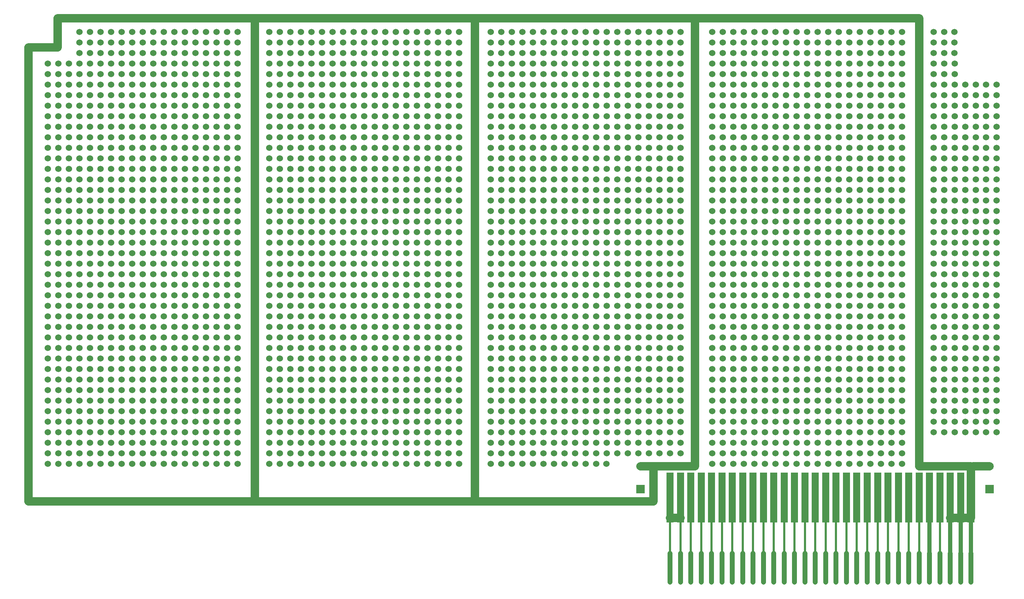
<source format=gtl>
G75*
%MOIN*%
%OFA0B0*%
%FSLAX25Y25*%
%IPPOS*%
%LPD*%
%AMOC8*
5,1,8,0,0,1.08239X$1,22.5*
%
%ADD10C,0.04724*%
%ADD11C,0.01969*%
%ADD12C,0.03937*%
%ADD13R,0.06693X0.47244*%
%ADD14R,0.07874X0.07874*%
%ADD15C,0.07874*%
%ADD16C,0.07874*%
%ADD17C,0.06000*%
D10*
X0627378Y0010906D02*
X0627378Y0038465D01*
X0637220Y0038465D02*
X0637220Y0010906D01*
X0647063Y0010906D02*
X0647063Y0038465D01*
X0656906Y0038465D02*
X0656906Y0010906D01*
X0666748Y0010906D02*
X0666748Y0038465D01*
X0676591Y0038465D02*
X0676591Y0010906D01*
X0686433Y0010906D02*
X0686433Y0038465D01*
X0696276Y0038465D02*
X0696276Y0010906D01*
X0706118Y0010906D02*
X0706118Y0038465D01*
X0715961Y0038465D02*
X0715961Y0010906D01*
X0725803Y0010906D02*
X0725803Y0038465D01*
X0735646Y0038465D02*
X0735646Y0010906D01*
X0745488Y0010906D02*
X0745488Y0038465D01*
X0755331Y0038465D02*
X0755331Y0010906D01*
X0765173Y0010906D02*
X0765173Y0038465D01*
X0775016Y0038465D02*
X0775016Y0010906D01*
X0784858Y0010906D02*
X0784858Y0038465D01*
X0794701Y0038465D02*
X0794701Y0010906D01*
X0804543Y0010906D02*
X0804543Y0038465D01*
X0814386Y0038465D02*
X0814386Y0010906D01*
X0824228Y0010906D02*
X0824228Y0038465D01*
X0834071Y0038465D02*
X0834071Y0010906D01*
X0843913Y0010906D02*
X0843913Y0038465D01*
X0853756Y0038465D02*
X0853756Y0010906D01*
X0863598Y0010906D02*
X0863598Y0038465D01*
X0873441Y0038465D02*
X0873441Y0010906D01*
X0883283Y0010906D02*
X0883283Y0038465D01*
X0893126Y0038465D02*
X0893126Y0010906D01*
X0902969Y0010906D02*
X0902969Y0038465D01*
X0912811Y0038465D02*
X0912811Y0010906D01*
D11*
X0883283Y0038858D02*
X0883283Y0069567D01*
X0863598Y0069567D02*
X0863598Y0038465D01*
X0853756Y0039252D02*
X0853756Y0069567D01*
X0843913Y0069567D02*
X0843913Y0038465D01*
X0834071Y0038858D02*
X0834071Y0069567D01*
X0824228Y0069567D02*
X0824228Y0038465D01*
X0814386Y0038465D02*
X0814386Y0069567D01*
X0804543Y0069567D02*
X0804543Y0038465D01*
X0794701Y0038465D02*
X0794701Y0069567D01*
X0784858Y0069567D02*
X0784858Y0038465D01*
X0775016Y0038465D02*
X0775016Y0069567D01*
X0765173Y0069567D02*
X0765173Y0038465D01*
X0755331Y0038465D02*
X0755331Y0069567D01*
X0745488Y0069567D02*
X0745488Y0038465D01*
X0735646Y0038465D02*
X0735646Y0069567D01*
X0725803Y0069567D02*
X0725803Y0039646D01*
X0715961Y0039252D02*
X0715961Y0069567D01*
X0706118Y0069567D02*
X0706118Y0040433D01*
X0696276Y0038465D02*
X0696276Y0069567D01*
X0686433Y0069567D02*
X0686433Y0038858D01*
X0676591Y0039252D02*
X0676591Y0069567D01*
X0666748Y0069567D02*
X0666748Y0038465D01*
X0656906Y0038465D02*
X0656906Y0069567D01*
X0647063Y0069567D02*
X0647063Y0038858D01*
X0637220Y0038465D02*
X0637220Y0069173D01*
X0627378Y0069173D02*
X0627378Y0039252D01*
D12*
X0873441Y0038465D02*
X0873441Y0069567D01*
X0893126Y0069567D02*
X0893126Y0038465D01*
X0902969Y0038465D02*
X0902969Y0068386D01*
X0912811Y0068386D02*
X0912811Y0038465D01*
X0019110Y0286654D02*
X0019110Y0288465D01*
X0019110Y0424291D02*
X0019110Y0424449D01*
D13*
X0627378Y0091220D03*
X0637220Y0091220D03*
X0647063Y0091220D03*
X0656906Y0091220D03*
X0666748Y0091220D03*
X0676591Y0091220D03*
X0686433Y0091220D03*
X0696276Y0091220D03*
X0706118Y0091220D03*
X0715961Y0091220D03*
X0725803Y0091220D03*
X0735646Y0091220D03*
X0745488Y0091220D03*
X0755331Y0091220D03*
X0765173Y0091220D03*
X0775016Y0091220D03*
X0784858Y0091220D03*
X0794701Y0091220D03*
X0804543Y0091220D03*
X0814386Y0091220D03*
X0824228Y0091220D03*
X0834071Y0091220D03*
X0843913Y0091220D03*
X0853756Y0091220D03*
X0863598Y0091220D03*
X0873441Y0091220D03*
X0883283Y0091220D03*
X0893126Y0091220D03*
X0902969Y0091220D03*
X0912811Y0091220D03*
D14*
X0930528Y0099488D03*
X0599504Y0099488D03*
D15*
X0233677Y0087677D02*
X0019110Y0087677D01*
X0019110Y0288465D01*
X0019110Y0424291D01*
X0019110Y0518780D01*
X0046669Y0518780D01*
X0046669Y0546339D01*
X0233677Y0546339D01*
X0233677Y0087677D01*
X0442339Y0087677D01*
X0442339Y0546339D01*
X0233677Y0546339D01*
X0442339Y0546339D02*
X0651000Y0546339D01*
X0651000Y0121142D01*
X0611630Y0121142D01*
X0599504Y0121142D01*
X0611630Y0121142D02*
X0611630Y0087677D01*
X0442339Y0087677D01*
X0627378Y0071929D02*
X0637220Y0071929D01*
X0863598Y0121142D02*
X0912811Y0121142D01*
X0912811Y0071929D01*
X0893126Y0071929D01*
X0914780Y0121142D02*
X0930528Y0121142D01*
X0863598Y0123110D02*
X0863598Y0546339D01*
X0651000Y0546339D01*
D16*
X0599504Y0121142D03*
X0930528Y0121142D03*
D17*
X0927142Y0153228D03*
X0917457Y0153228D03*
X0907457Y0153228D03*
X0897457Y0153228D03*
X0887457Y0153228D03*
X0877457Y0153228D03*
X0877457Y0163228D03*
X0887457Y0163228D03*
X0897457Y0163228D03*
X0907457Y0163228D03*
X0917457Y0163228D03*
X0927142Y0163228D03*
X0937142Y0163228D03*
X0937142Y0153228D03*
X0937142Y0173228D03*
X0927142Y0173228D03*
X0917457Y0173228D03*
X0907457Y0173228D03*
X0897457Y0173228D03*
X0887457Y0173228D03*
X0877457Y0173228D03*
X0877457Y0183228D03*
X0887457Y0183228D03*
X0897457Y0183228D03*
X0907457Y0183228D03*
X0917457Y0183228D03*
X0927142Y0183228D03*
X0937142Y0183228D03*
X0937142Y0193228D03*
X0927142Y0193228D03*
X0917457Y0193228D03*
X0907457Y0193228D03*
X0897457Y0193228D03*
X0887457Y0193228D03*
X0877457Y0193228D03*
X0877457Y0203228D03*
X0887457Y0203228D03*
X0897457Y0203228D03*
X0907457Y0203228D03*
X0917457Y0203228D03*
X0927142Y0203228D03*
X0937142Y0203228D03*
X0937142Y0213228D03*
X0927142Y0213228D03*
X0917457Y0213228D03*
X0907457Y0213228D03*
X0897457Y0213228D03*
X0887457Y0213228D03*
X0877457Y0213228D03*
X0877457Y0223228D03*
X0887457Y0223228D03*
X0897457Y0223228D03*
X0907457Y0223228D03*
X0917457Y0223228D03*
X0927142Y0223228D03*
X0937142Y0223228D03*
X0937142Y0233228D03*
X0927142Y0233228D03*
X0917457Y0233228D03*
X0907457Y0233228D03*
X0897457Y0233228D03*
X0887457Y0233228D03*
X0877457Y0233228D03*
X0877457Y0243228D03*
X0887457Y0243228D03*
X0897457Y0243228D03*
X0907457Y0243228D03*
X0917457Y0243228D03*
X0927142Y0243228D03*
X0937142Y0243228D03*
X0937142Y0253228D03*
X0927142Y0253228D03*
X0917457Y0253228D03*
X0907457Y0253228D03*
X0897457Y0253228D03*
X0887457Y0253228D03*
X0877457Y0253228D03*
X0877457Y0263228D03*
X0887457Y0263228D03*
X0897457Y0263228D03*
X0907457Y0263228D03*
X0917457Y0263228D03*
X0927142Y0263228D03*
X0937142Y0263228D03*
X0937142Y0273228D03*
X0927142Y0273228D03*
X0917457Y0273228D03*
X0907457Y0273228D03*
X0897457Y0273228D03*
X0887457Y0273228D03*
X0877457Y0273228D03*
X0877457Y0283228D03*
X0887457Y0283228D03*
X0897457Y0283228D03*
X0907457Y0283228D03*
X0917457Y0283228D03*
X0927142Y0283228D03*
X0937142Y0283228D03*
X0937142Y0293228D03*
X0927142Y0293228D03*
X0917457Y0293228D03*
X0907457Y0293228D03*
X0897457Y0293228D03*
X0887457Y0293228D03*
X0877457Y0293228D03*
X0877457Y0303228D03*
X0887457Y0303228D03*
X0897457Y0303228D03*
X0907457Y0303228D03*
X0917457Y0303228D03*
X0927142Y0303228D03*
X0937142Y0303228D03*
X0937142Y0313228D03*
X0927142Y0313228D03*
X0917457Y0313228D03*
X0907457Y0313228D03*
X0897457Y0313228D03*
X0887457Y0313228D03*
X0877457Y0313228D03*
X0877457Y0323228D03*
X0887457Y0323228D03*
X0897457Y0323228D03*
X0907457Y0323228D03*
X0917457Y0323228D03*
X0927142Y0323228D03*
X0937142Y0323228D03*
X0937142Y0333228D03*
X0927142Y0333228D03*
X0917457Y0333228D03*
X0907457Y0333228D03*
X0897457Y0333228D03*
X0887457Y0333228D03*
X0877457Y0333228D03*
X0877457Y0343228D03*
X0887457Y0343228D03*
X0897457Y0343228D03*
X0907457Y0343228D03*
X0917457Y0343228D03*
X0927142Y0343228D03*
X0937142Y0343228D03*
X0937142Y0353228D03*
X0927142Y0353228D03*
X0917457Y0353228D03*
X0907457Y0353228D03*
X0897457Y0353228D03*
X0887457Y0353228D03*
X0877457Y0353228D03*
X0877457Y0363228D03*
X0887457Y0363228D03*
X0897457Y0363228D03*
X0907457Y0363228D03*
X0917457Y0363228D03*
X0927142Y0363228D03*
X0937142Y0363228D03*
X0937142Y0373228D03*
X0927142Y0373228D03*
X0917457Y0373228D03*
X0907457Y0373228D03*
X0897457Y0373228D03*
X0887457Y0373228D03*
X0877457Y0373228D03*
X0877457Y0383228D03*
X0887457Y0383228D03*
X0897457Y0383228D03*
X0907457Y0383228D03*
X0917457Y0383228D03*
X0927142Y0383228D03*
X0937142Y0383228D03*
X0937142Y0393228D03*
X0927142Y0393228D03*
X0917457Y0393228D03*
X0907457Y0393228D03*
X0897457Y0393228D03*
X0887457Y0393228D03*
X0877457Y0393228D03*
X0877457Y0403228D03*
X0887457Y0403228D03*
X0897457Y0403228D03*
X0907457Y0403228D03*
X0917457Y0403228D03*
X0927142Y0403228D03*
X0937142Y0403228D03*
X0937142Y0413228D03*
X0927142Y0413228D03*
X0917457Y0413228D03*
X0907457Y0413228D03*
X0897457Y0413228D03*
X0887457Y0413228D03*
X0877457Y0413228D03*
X0877457Y0423228D03*
X0887457Y0423228D03*
X0897457Y0423228D03*
X0907457Y0423228D03*
X0917457Y0423228D03*
X0927142Y0423228D03*
X0937142Y0423228D03*
X0937142Y0433228D03*
X0927142Y0433228D03*
X0917457Y0433228D03*
X0907457Y0433228D03*
X0897457Y0433228D03*
X0887457Y0433228D03*
X0877457Y0433228D03*
X0877457Y0443228D03*
X0887457Y0443228D03*
X0897457Y0443228D03*
X0907457Y0443228D03*
X0917457Y0443228D03*
X0927142Y0443228D03*
X0937142Y0443228D03*
X0937142Y0453228D03*
X0927142Y0453228D03*
X0917457Y0453228D03*
X0907457Y0453228D03*
X0897457Y0453228D03*
X0887457Y0453228D03*
X0877457Y0453228D03*
X0877457Y0463228D03*
X0887457Y0463228D03*
X0897457Y0463228D03*
X0907457Y0463228D03*
X0917457Y0463228D03*
X0927142Y0463228D03*
X0937142Y0463228D03*
X0937142Y0473228D03*
X0927142Y0473228D03*
X0917457Y0473228D03*
X0907457Y0473228D03*
X0897457Y0473228D03*
X0887457Y0473228D03*
X0877457Y0473228D03*
X0877457Y0483228D03*
X0887457Y0483228D03*
X0897457Y0483228D03*
X0907457Y0483228D03*
X0917457Y0483228D03*
X0927142Y0483228D03*
X0937142Y0483228D03*
X0897457Y0493228D03*
X0887457Y0493228D03*
X0877457Y0493228D03*
X0877457Y0503228D03*
X0887457Y0503228D03*
X0897457Y0503228D03*
X0897142Y0513228D03*
X0887457Y0513228D03*
X0877457Y0513228D03*
X0877457Y0523228D03*
X0887457Y0523228D03*
X0897142Y0523228D03*
X0897142Y0533228D03*
X0887457Y0533228D03*
X0877457Y0533228D03*
X0847457Y0533228D03*
X0837457Y0533228D03*
X0837457Y0523228D03*
X0847457Y0523228D03*
X0847457Y0513228D03*
X0837457Y0513228D03*
X0837457Y0503228D03*
X0837457Y0493228D03*
X0847457Y0493228D03*
X0847457Y0503228D03*
X0847457Y0483228D03*
X0837457Y0483228D03*
X0837457Y0473228D03*
X0847457Y0473228D03*
X0847457Y0463228D03*
X0847457Y0453228D03*
X0837457Y0453228D03*
X0837457Y0463228D03*
X0827457Y0463228D03*
X0827457Y0453228D03*
X0817457Y0453228D03*
X0807457Y0453228D03*
X0797457Y0453228D03*
X0787457Y0453228D03*
X0777457Y0453228D03*
X0767457Y0453228D03*
X0757457Y0453228D03*
X0747457Y0453228D03*
X0737457Y0453228D03*
X0727457Y0453228D03*
X0717457Y0453228D03*
X0707457Y0453228D03*
X0697457Y0453228D03*
X0687457Y0453228D03*
X0677457Y0453228D03*
X0667457Y0453228D03*
X0667457Y0463228D03*
X0677457Y0463228D03*
X0687457Y0463228D03*
X0697457Y0463228D03*
X0707457Y0463228D03*
X0717457Y0463228D03*
X0727457Y0463228D03*
X0737457Y0463228D03*
X0747457Y0463228D03*
X0757457Y0463228D03*
X0767457Y0463228D03*
X0777457Y0463228D03*
X0787457Y0463228D03*
X0797457Y0463228D03*
X0807457Y0463228D03*
X0817457Y0463228D03*
X0817457Y0473228D03*
X0827457Y0473228D03*
X0827457Y0483228D03*
X0817457Y0483228D03*
X0807457Y0483228D03*
X0797457Y0483228D03*
X0787457Y0483228D03*
X0777457Y0483228D03*
X0767457Y0483228D03*
X0757457Y0483228D03*
X0747457Y0483228D03*
X0737457Y0483228D03*
X0727457Y0483228D03*
X0717457Y0483228D03*
X0707457Y0483228D03*
X0697457Y0483228D03*
X0687457Y0483228D03*
X0677457Y0483228D03*
X0667457Y0483228D03*
X0667457Y0473228D03*
X0677457Y0473228D03*
X0687457Y0473228D03*
X0697457Y0473228D03*
X0707457Y0473228D03*
X0717457Y0473228D03*
X0727457Y0473228D03*
X0737457Y0473228D03*
X0747457Y0473228D03*
X0757457Y0473228D03*
X0767457Y0473228D03*
X0777457Y0473228D03*
X0787457Y0473228D03*
X0797457Y0473228D03*
X0807457Y0473228D03*
X0807457Y0493228D03*
X0817457Y0493228D03*
X0827457Y0493228D03*
X0827457Y0503228D03*
X0817457Y0503228D03*
X0807457Y0503228D03*
X0797457Y0503228D03*
X0797457Y0493228D03*
X0787457Y0493228D03*
X0777457Y0493228D03*
X0767457Y0493228D03*
X0757457Y0493228D03*
X0747457Y0493228D03*
X0737457Y0493228D03*
X0727457Y0493228D03*
X0717457Y0493228D03*
X0707457Y0493228D03*
X0697457Y0493228D03*
X0687457Y0493228D03*
X0677457Y0493228D03*
X0667457Y0493228D03*
X0667457Y0503228D03*
X0677457Y0503228D03*
X0687457Y0503228D03*
X0697457Y0503228D03*
X0707457Y0503228D03*
X0717457Y0503228D03*
X0727457Y0503228D03*
X0737457Y0503228D03*
X0747457Y0503228D03*
X0757457Y0503228D03*
X0767457Y0503228D03*
X0777457Y0503228D03*
X0787457Y0503228D03*
X0787457Y0513228D03*
X0797457Y0513228D03*
X0807457Y0513228D03*
X0817457Y0513228D03*
X0827457Y0513228D03*
X0827457Y0523228D03*
X0817457Y0523228D03*
X0807457Y0523228D03*
X0797457Y0523228D03*
X0787457Y0523228D03*
X0777457Y0523228D03*
X0767457Y0523228D03*
X0757457Y0523228D03*
X0747457Y0523228D03*
X0737457Y0523228D03*
X0727457Y0523228D03*
X0717457Y0523228D03*
X0707457Y0523228D03*
X0697457Y0523228D03*
X0687457Y0523228D03*
X0677457Y0523228D03*
X0667457Y0523228D03*
X0667457Y0513228D03*
X0677457Y0513228D03*
X0687457Y0513228D03*
X0697457Y0513228D03*
X0707457Y0513228D03*
X0717457Y0513228D03*
X0727457Y0513228D03*
X0737457Y0513228D03*
X0747457Y0513228D03*
X0757457Y0513228D03*
X0767457Y0513228D03*
X0777457Y0513228D03*
X0777457Y0533228D03*
X0787457Y0533228D03*
X0797457Y0533228D03*
X0807457Y0533228D03*
X0817457Y0533228D03*
X0827457Y0533228D03*
X0767457Y0533228D03*
X0757457Y0533228D03*
X0747457Y0533228D03*
X0737457Y0533228D03*
X0727457Y0533228D03*
X0717457Y0533228D03*
X0707457Y0533228D03*
X0697457Y0533228D03*
X0687457Y0533228D03*
X0677457Y0533228D03*
X0667457Y0533228D03*
X0637457Y0533228D03*
X0627457Y0533228D03*
X0617457Y0533228D03*
X0607457Y0533228D03*
X0597457Y0533228D03*
X0587457Y0533228D03*
X0577457Y0533228D03*
X0567457Y0533228D03*
X0557457Y0533228D03*
X0547457Y0533228D03*
X0537457Y0533228D03*
X0527457Y0533228D03*
X0517457Y0533228D03*
X0507457Y0533228D03*
X0497457Y0533228D03*
X0487457Y0533228D03*
X0477457Y0533228D03*
X0467457Y0533228D03*
X0457457Y0533228D03*
X0457457Y0523228D03*
X0467457Y0523228D03*
X0477457Y0523228D03*
X0487457Y0523228D03*
X0497457Y0523228D03*
X0507457Y0523228D03*
X0517457Y0523228D03*
X0527457Y0523228D03*
X0537457Y0523228D03*
X0547457Y0523228D03*
X0557457Y0523228D03*
X0567457Y0523228D03*
X0577457Y0523228D03*
X0587457Y0523228D03*
X0597457Y0523228D03*
X0607457Y0523228D03*
X0617457Y0523228D03*
X0627457Y0523228D03*
X0637457Y0523228D03*
X0637457Y0513228D03*
X0627457Y0513228D03*
X0617457Y0513228D03*
X0607457Y0513228D03*
X0597457Y0513228D03*
X0587457Y0513228D03*
X0577457Y0513228D03*
X0567457Y0513228D03*
X0557457Y0513228D03*
X0547457Y0513228D03*
X0537457Y0513228D03*
X0527457Y0513228D03*
X0517457Y0513228D03*
X0507457Y0513228D03*
X0497457Y0513228D03*
X0487457Y0513228D03*
X0477457Y0513228D03*
X0467457Y0513228D03*
X0457457Y0513228D03*
X0457457Y0503228D03*
X0457457Y0493228D03*
X0467457Y0493228D03*
X0477457Y0493228D03*
X0487457Y0493228D03*
X0497457Y0493228D03*
X0507457Y0493228D03*
X0517457Y0493228D03*
X0527457Y0493228D03*
X0537457Y0493228D03*
X0547457Y0493228D03*
X0557457Y0493228D03*
X0567457Y0493228D03*
X0577457Y0493228D03*
X0587457Y0493228D03*
X0597457Y0493228D03*
X0607457Y0493228D03*
X0617457Y0493228D03*
X0627457Y0493228D03*
X0637457Y0493228D03*
X0637457Y0503228D03*
X0627457Y0503228D03*
X0617457Y0503228D03*
X0607457Y0503228D03*
X0597457Y0503228D03*
X0587457Y0503228D03*
X0577457Y0503228D03*
X0567457Y0503228D03*
X0557457Y0503228D03*
X0547457Y0503228D03*
X0537457Y0503228D03*
X0527457Y0503228D03*
X0517457Y0503228D03*
X0507457Y0503228D03*
X0497457Y0503228D03*
X0487457Y0503228D03*
X0477457Y0503228D03*
X0467457Y0503228D03*
X0467457Y0483228D03*
X0477457Y0483228D03*
X0487457Y0483228D03*
X0497457Y0483228D03*
X0507457Y0483228D03*
X0517457Y0483228D03*
X0527457Y0483228D03*
X0537457Y0483228D03*
X0547457Y0483228D03*
X0557457Y0483228D03*
X0567457Y0483228D03*
X0577457Y0483228D03*
X0587457Y0483228D03*
X0597457Y0483228D03*
X0607457Y0483228D03*
X0617457Y0483228D03*
X0627457Y0483228D03*
X0637457Y0483228D03*
X0637457Y0473228D03*
X0627457Y0473228D03*
X0617457Y0473228D03*
X0607457Y0473228D03*
X0597457Y0473228D03*
X0587457Y0473228D03*
X0577457Y0473228D03*
X0567457Y0473228D03*
X0557457Y0473228D03*
X0547457Y0473228D03*
X0537457Y0473228D03*
X0527457Y0473228D03*
X0517457Y0473228D03*
X0507457Y0473228D03*
X0497457Y0473228D03*
X0487457Y0473228D03*
X0477457Y0473228D03*
X0467457Y0473228D03*
X0457457Y0473228D03*
X0457457Y0463228D03*
X0457457Y0453228D03*
X0467457Y0453228D03*
X0477457Y0453228D03*
X0487457Y0453228D03*
X0497457Y0453228D03*
X0507457Y0453228D03*
X0517457Y0453228D03*
X0527457Y0453228D03*
X0537457Y0453228D03*
X0547457Y0453228D03*
X0557457Y0453228D03*
X0567457Y0453228D03*
X0577457Y0453228D03*
X0587457Y0453228D03*
X0597457Y0453228D03*
X0607457Y0453228D03*
X0617457Y0453228D03*
X0627457Y0453228D03*
X0637457Y0453228D03*
X0637457Y0463228D03*
X0627457Y0463228D03*
X0617457Y0463228D03*
X0607457Y0463228D03*
X0597457Y0463228D03*
X0587457Y0463228D03*
X0577457Y0463228D03*
X0567457Y0463228D03*
X0557457Y0463228D03*
X0547457Y0463228D03*
X0537457Y0463228D03*
X0527457Y0463228D03*
X0517457Y0463228D03*
X0507457Y0463228D03*
X0497457Y0463228D03*
X0487457Y0463228D03*
X0477457Y0463228D03*
X0467457Y0463228D03*
X0467457Y0443228D03*
X0477457Y0443228D03*
X0487457Y0443228D03*
X0497457Y0443228D03*
X0507457Y0443228D03*
X0517457Y0443228D03*
X0527457Y0443228D03*
X0537457Y0443228D03*
X0547457Y0443228D03*
X0557457Y0443228D03*
X0567457Y0443228D03*
X0577457Y0443228D03*
X0587457Y0443228D03*
X0597457Y0443228D03*
X0607457Y0443228D03*
X0617457Y0443228D03*
X0627457Y0443228D03*
X0637457Y0443228D03*
X0637457Y0433228D03*
X0627457Y0433228D03*
X0617457Y0433228D03*
X0607457Y0433228D03*
X0597457Y0433228D03*
X0587457Y0433228D03*
X0577457Y0433228D03*
X0567457Y0433228D03*
X0557457Y0433228D03*
X0547457Y0433228D03*
X0537457Y0433228D03*
X0527457Y0433228D03*
X0517457Y0433228D03*
X0507457Y0433228D03*
X0497457Y0433228D03*
X0487457Y0433228D03*
X0477457Y0433228D03*
X0467457Y0433228D03*
X0457457Y0433228D03*
X0457457Y0423228D03*
X0457457Y0413228D03*
X0467457Y0413228D03*
X0477457Y0413228D03*
X0487457Y0413228D03*
X0497457Y0413228D03*
X0507457Y0413228D03*
X0517457Y0413228D03*
X0527457Y0413228D03*
X0537457Y0413228D03*
X0547457Y0413228D03*
X0557457Y0413228D03*
X0567457Y0413228D03*
X0577457Y0413228D03*
X0587457Y0413228D03*
X0597457Y0413228D03*
X0607457Y0413228D03*
X0617457Y0413228D03*
X0627457Y0413228D03*
X0637457Y0413228D03*
X0637457Y0423228D03*
X0627457Y0423228D03*
X0617457Y0423228D03*
X0607457Y0423228D03*
X0597457Y0423228D03*
X0587457Y0423228D03*
X0577457Y0423228D03*
X0567457Y0423228D03*
X0557457Y0423228D03*
X0547457Y0423228D03*
X0537457Y0423228D03*
X0527457Y0423228D03*
X0517457Y0423228D03*
X0507457Y0423228D03*
X0497457Y0423228D03*
X0487457Y0423228D03*
X0477457Y0423228D03*
X0467457Y0423228D03*
X0467457Y0403228D03*
X0477457Y0403228D03*
X0487457Y0403228D03*
X0497457Y0403228D03*
X0507457Y0403228D03*
X0517457Y0403228D03*
X0527457Y0403228D03*
X0537457Y0403228D03*
X0547457Y0403228D03*
X0557457Y0403228D03*
X0567457Y0403228D03*
X0577457Y0403228D03*
X0587457Y0403228D03*
X0597457Y0403228D03*
X0607457Y0403228D03*
X0617457Y0403228D03*
X0627457Y0403228D03*
X0637457Y0403228D03*
X0637457Y0393228D03*
X0627457Y0393228D03*
X0617457Y0393228D03*
X0607457Y0393228D03*
X0597457Y0393228D03*
X0587457Y0393228D03*
X0577457Y0393228D03*
X0567457Y0393228D03*
X0557457Y0393228D03*
X0547457Y0393228D03*
X0537457Y0393228D03*
X0527457Y0393228D03*
X0517457Y0393228D03*
X0507457Y0393228D03*
X0497457Y0393228D03*
X0487457Y0393228D03*
X0477457Y0393228D03*
X0467457Y0393228D03*
X0457457Y0393228D03*
X0457457Y0383228D03*
X0457457Y0373228D03*
X0467457Y0373228D03*
X0477457Y0373228D03*
X0487457Y0373228D03*
X0497457Y0373228D03*
X0507457Y0373228D03*
X0517457Y0373228D03*
X0527457Y0373228D03*
X0537457Y0373228D03*
X0547457Y0373228D03*
X0557457Y0373228D03*
X0567457Y0373228D03*
X0577457Y0373228D03*
X0587457Y0373228D03*
X0597457Y0373228D03*
X0607457Y0373228D03*
X0617457Y0373228D03*
X0627457Y0373228D03*
X0637457Y0373228D03*
X0637457Y0383228D03*
X0627457Y0383228D03*
X0617457Y0383228D03*
X0607457Y0383228D03*
X0597457Y0383228D03*
X0587457Y0383228D03*
X0577457Y0383228D03*
X0567457Y0383228D03*
X0557457Y0383228D03*
X0547457Y0383228D03*
X0537457Y0383228D03*
X0527457Y0383228D03*
X0517457Y0383228D03*
X0507457Y0383228D03*
X0497457Y0383228D03*
X0487457Y0383228D03*
X0477457Y0383228D03*
X0467457Y0383228D03*
X0467457Y0363228D03*
X0477457Y0363228D03*
X0487457Y0363228D03*
X0497457Y0363228D03*
X0507457Y0363228D03*
X0517457Y0363228D03*
X0527457Y0363228D03*
X0537457Y0363228D03*
X0547457Y0363228D03*
X0557457Y0363228D03*
X0567457Y0363228D03*
X0577457Y0363228D03*
X0587457Y0363228D03*
X0597457Y0363228D03*
X0607457Y0363228D03*
X0617457Y0363228D03*
X0627457Y0363228D03*
X0637457Y0363228D03*
X0637457Y0353228D03*
X0627457Y0353228D03*
X0617457Y0353228D03*
X0607457Y0353228D03*
X0597457Y0353228D03*
X0587457Y0353228D03*
X0577457Y0353228D03*
X0567457Y0353228D03*
X0557457Y0353228D03*
X0547457Y0353228D03*
X0537457Y0353228D03*
X0527457Y0353228D03*
X0517457Y0353228D03*
X0507457Y0353228D03*
X0497457Y0353228D03*
X0487457Y0353228D03*
X0477457Y0353228D03*
X0467457Y0353228D03*
X0457457Y0353228D03*
X0457457Y0343228D03*
X0467457Y0343228D03*
X0477457Y0343228D03*
X0487457Y0343228D03*
X0497457Y0343228D03*
X0507457Y0343228D03*
X0517457Y0343228D03*
X0527457Y0343228D03*
X0537457Y0343228D03*
X0547457Y0343228D03*
X0557457Y0343228D03*
X0567457Y0343228D03*
X0577457Y0343228D03*
X0587457Y0343228D03*
X0597457Y0343228D03*
X0607457Y0343228D03*
X0617457Y0343228D03*
X0627457Y0343228D03*
X0637457Y0343228D03*
X0637457Y0333228D03*
X0637457Y0323228D03*
X0627457Y0323228D03*
X0617457Y0323228D03*
X0607457Y0323228D03*
X0597457Y0323228D03*
X0587457Y0323228D03*
X0577457Y0323228D03*
X0567457Y0323228D03*
X0557457Y0323228D03*
X0547457Y0323228D03*
X0537457Y0323228D03*
X0527457Y0323228D03*
X0517457Y0323228D03*
X0507457Y0323228D03*
X0497457Y0323228D03*
X0487457Y0323228D03*
X0477457Y0323228D03*
X0467457Y0323228D03*
X0457457Y0323228D03*
X0457457Y0333228D03*
X0467457Y0333228D03*
X0477457Y0333228D03*
X0487457Y0333228D03*
X0497457Y0333228D03*
X0507457Y0333228D03*
X0517457Y0333228D03*
X0527457Y0333228D03*
X0537457Y0333228D03*
X0547457Y0333228D03*
X0557457Y0333228D03*
X0567457Y0333228D03*
X0577457Y0333228D03*
X0587457Y0333228D03*
X0597457Y0333228D03*
X0607457Y0333228D03*
X0617457Y0333228D03*
X0627457Y0333228D03*
X0627457Y0313228D03*
X0637457Y0313228D03*
X0637457Y0303228D03*
X0627457Y0303228D03*
X0617457Y0303228D03*
X0607457Y0303228D03*
X0597457Y0303228D03*
X0587457Y0303228D03*
X0577457Y0303228D03*
X0567457Y0303228D03*
X0557457Y0303228D03*
X0547457Y0303228D03*
X0537457Y0303228D03*
X0527457Y0303228D03*
X0517457Y0303228D03*
X0507457Y0303228D03*
X0497457Y0303228D03*
X0487457Y0303228D03*
X0477457Y0303228D03*
X0467457Y0303228D03*
X0457457Y0303228D03*
X0457457Y0293228D03*
X0457457Y0283228D03*
X0467457Y0283228D03*
X0477457Y0283228D03*
X0487457Y0283228D03*
X0497457Y0283228D03*
X0507457Y0283228D03*
X0517457Y0283228D03*
X0527457Y0283228D03*
X0537457Y0283228D03*
X0547457Y0283228D03*
X0557457Y0283228D03*
X0567457Y0283228D03*
X0577457Y0283228D03*
X0587457Y0283228D03*
X0597457Y0283228D03*
X0607457Y0283228D03*
X0617457Y0283228D03*
X0627457Y0283228D03*
X0637457Y0283228D03*
X0637457Y0293228D03*
X0627457Y0293228D03*
X0617457Y0293228D03*
X0607457Y0293228D03*
X0597457Y0293228D03*
X0587457Y0293228D03*
X0577457Y0293228D03*
X0567457Y0293228D03*
X0557457Y0293228D03*
X0547457Y0293228D03*
X0537457Y0293228D03*
X0527457Y0293228D03*
X0517457Y0293228D03*
X0507457Y0293228D03*
X0497457Y0293228D03*
X0487457Y0293228D03*
X0477457Y0293228D03*
X0467457Y0293228D03*
X0467457Y0273228D03*
X0477457Y0273228D03*
X0487457Y0273228D03*
X0497457Y0273228D03*
X0507457Y0273228D03*
X0517457Y0273228D03*
X0527457Y0273228D03*
X0537457Y0273228D03*
X0547457Y0273228D03*
X0557457Y0273228D03*
X0567457Y0273228D03*
X0577457Y0273228D03*
X0587457Y0273228D03*
X0597457Y0273228D03*
X0607457Y0273228D03*
X0617457Y0273228D03*
X0627457Y0273228D03*
X0637457Y0273228D03*
X0637457Y0263228D03*
X0627457Y0263228D03*
X0617457Y0263228D03*
X0607457Y0263228D03*
X0597457Y0263228D03*
X0587457Y0263228D03*
X0577457Y0263228D03*
X0567457Y0263228D03*
X0557457Y0263228D03*
X0547457Y0263228D03*
X0537457Y0263228D03*
X0527457Y0263228D03*
X0517457Y0263228D03*
X0507457Y0263228D03*
X0497457Y0263228D03*
X0487457Y0263228D03*
X0477457Y0263228D03*
X0467457Y0263228D03*
X0457457Y0263228D03*
X0457457Y0253228D03*
X0457457Y0243228D03*
X0467457Y0243228D03*
X0477457Y0243228D03*
X0487457Y0243228D03*
X0497457Y0243228D03*
X0507457Y0243228D03*
X0517457Y0243228D03*
X0527457Y0243228D03*
X0537457Y0243228D03*
X0547457Y0243228D03*
X0557457Y0243228D03*
X0567457Y0243228D03*
X0577457Y0243228D03*
X0587457Y0243228D03*
X0597457Y0243228D03*
X0607457Y0243228D03*
X0617457Y0243228D03*
X0627457Y0243228D03*
X0637457Y0243228D03*
X0637457Y0253228D03*
X0627457Y0253228D03*
X0617457Y0253228D03*
X0607457Y0253228D03*
X0597457Y0253228D03*
X0587457Y0253228D03*
X0577457Y0253228D03*
X0567457Y0253228D03*
X0557457Y0253228D03*
X0547457Y0253228D03*
X0537457Y0253228D03*
X0527457Y0253228D03*
X0517457Y0253228D03*
X0507457Y0253228D03*
X0497457Y0253228D03*
X0487457Y0253228D03*
X0477457Y0253228D03*
X0467457Y0253228D03*
X0467457Y0233228D03*
X0477457Y0233228D03*
X0487457Y0233228D03*
X0497457Y0233228D03*
X0507457Y0233228D03*
X0517457Y0233228D03*
X0527457Y0233228D03*
X0537457Y0233228D03*
X0547457Y0233228D03*
X0557457Y0233228D03*
X0567457Y0233228D03*
X0577457Y0233228D03*
X0587457Y0233228D03*
X0597457Y0233228D03*
X0607457Y0233228D03*
X0617457Y0233228D03*
X0627457Y0233228D03*
X0637457Y0233228D03*
X0637457Y0223228D03*
X0627457Y0223228D03*
X0617457Y0223228D03*
X0607457Y0223228D03*
X0597457Y0223228D03*
X0587457Y0223228D03*
X0577457Y0223228D03*
X0567457Y0223228D03*
X0557457Y0223228D03*
X0547457Y0223228D03*
X0537457Y0223228D03*
X0527457Y0223228D03*
X0517457Y0223228D03*
X0507457Y0223228D03*
X0497457Y0223228D03*
X0487457Y0223228D03*
X0477457Y0223228D03*
X0467457Y0223228D03*
X0457457Y0223228D03*
X0457457Y0213228D03*
X0467457Y0213228D03*
X0477457Y0213228D03*
X0487457Y0213228D03*
X0497457Y0213228D03*
X0507457Y0213228D03*
X0517457Y0213228D03*
X0527457Y0213228D03*
X0537457Y0213228D03*
X0547457Y0213228D03*
X0557457Y0213228D03*
X0567457Y0213228D03*
X0577457Y0213228D03*
X0587457Y0213228D03*
X0597457Y0213228D03*
X0607457Y0213228D03*
X0617457Y0213228D03*
X0627457Y0213228D03*
X0637457Y0213228D03*
X0637457Y0203228D03*
X0637457Y0193228D03*
X0627457Y0193228D03*
X0617457Y0193228D03*
X0607457Y0193228D03*
X0597457Y0193228D03*
X0587457Y0193228D03*
X0577457Y0193228D03*
X0567457Y0193228D03*
X0557457Y0193228D03*
X0547457Y0193228D03*
X0537457Y0193228D03*
X0527457Y0193228D03*
X0517457Y0193228D03*
X0507457Y0193228D03*
X0497457Y0193228D03*
X0487457Y0193228D03*
X0477457Y0193228D03*
X0467457Y0193228D03*
X0457457Y0193228D03*
X0457457Y0203228D03*
X0467457Y0203228D03*
X0477457Y0203228D03*
X0487457Y0203228D03*
X0497457Y0203228D03*
X0507457Y0203228D03*
X0517457Y0203228D03*
X0527457Y0203228D03*
X0537457Y0203228D03*
X0547457Y0203228D03*
X0557457Y0203228D03*
X0567457Y0203228D03*
X0577457Y0203228D03*
X0587457Y0203228D03*
X0597457Y0203228D03*
X0607457Y0203228D03*
X0617457Y0203228D03*
X0627457Y0203228D03*
X0627457Y0183228D03*
X0637457Y0183228D03*
X0637457Y0173228D03*
X0627457Y0173228D03*
X0617457Y0173228D03*
X0607457Y0173228D03*
X0597457Y0173228D03*
X0587457Y0173228D03*
X0577457Y0173228D03*
X0567457Y0173228D03*
X0557457Y0173228D03*
X0547457Y0173228D03*
X0537457Y0173228D03*
X0527457Y0173228D03*
X0517457Y0173228D03*
X0507457Y0173228D03*
X0497457Y0173228D03*
X0487457Y0173228D03*
X0477457Y0173228D03*
X0467457Y0173228D03*
X0457457Y0173228D03*
X0457457Y0163228D03*
X0457457Y0153228D03*
X0467457Y0153228D03*
X0477457Y0153228D03*
X0487457Y0153228D03*
X0497457Y0153228D03*
X0507457Y0153228D03*
X0517457Y0153228D03*
X0527457Y0153228D03*
X0537457Y0153228D03*
X0547457Y0153228D03*
X0557457Y0153228D03*
X0567457Y0153228D03*
X0577457Y0153228D03*
X0587457Y0153228D03*
X0597457Y0153228D03*
X0607457Y0153228D03*
X0617457Y0153228D03*
X0627457Y0153228D03*
X0637457Y0153228D03*
X0637457Y0163228D03*
X0627457Y0163228D03*
X0617457Y0163228D03*
X0607457Y0163228D03*
X0597457Y0163228D03*
X0587457Y0163228D03*
X0577457Y0163228D03*
X0567457Y0163228D03*
X0557457Y0163228D03*
X0547457Y0163228D03*
X0537457Y0163228D03*
X0527457Y0163228D03*
X0517457Y0163228D03*
X0507457Y0163228D03*
X0497457Y0163228D03*
X0487457Y0163228D03*
X0477457Y0163228D03*
X0467457Y0163228D03*
X0467457Y0143228D03*
X0477457Y0143228D03*
X0487457Y0143228D03*
X0497457Y0143228D03*
X0507457Y0143228D03*
X0517457Y0143228D03*
X0527457Y0143228D03*
X0537457Y0143228D03*
X0547457Y0143228D03*
X0557457Y0143228D03*
X0567457Y0143228D03*
X0577457Y0143228D03*
X0587457Y0143228D03*
X0597457Y0143228D03*
X0607457Y0143228D03*
X0617457Y0143228D03*
X0627457Y0143228D03*
X0637457Y0143228D03*
X0637457Y0133228D03*
X0627457Y0133228D03*
X0617457Y0133228D03*
X0607457Y0133228D03*
X0597457Y0133228D03*
X0587457Y0133228D03*
X0577457Y0133228D03*
X0567457Y0133228D03*
X0557457Y0133228D03*
X0547457Y0133228D03*
X0537457Y0133228D03*
X0527457Y0133228D03*
X0517457Y0133228D03*
X0507457Y0133228D03*
X0497457Y0133228D03*
X0487457Y0133228D03*
X0477457Y0133228D03*
X0467457Y0133228D03*
X0457457Y0133228D03*
X0457457Y0123228D03*
X0467457Y0123228D03*
X0477457Y0123228D03*
X0487457Y0123228D03*
X0497457Y0123228D03*
X0507457Y0123228D03*
X0517457Y0123228D03*
X0527457Y0123228D03*
X0537457Y0123228D03*
X0547457Y0123228D03*
X0557299Y0123228D03*
X0567142Y0123228D03*
X0567457Y0183228D03*
X0577457Y0183228D03*
X0587457Y0183228D03*
X0597457Y0183228D03*
X0607457Y0183228D03*
X0617457Y0183228D03*
X0667457Y0183228D03*
X0677457Y0183228D03*
X0687457Y0183228D03*
X0697457Y0183228D03*
X0707457Y0183228D03*
X0717457Y0183228D03*
X0727457Y0183228D03*
X0737457Y0183228D03*
X0747457Y0183228D03*
X0757457Y0183228D03*
X0767457Y0183228D03*
X0777457Y0183228D03*
X0787457Y0183228D03*
X0797457Y0183228D03*
X0807457Y0183228D03*
X0817457Y0183228D03*
X0827457Y0183228D03*
X0827457Y0173228D03*
X0817457Y0173228D03*
X0807457Y0173228D03*
X0797457Y0173228D03*
X0787457Y0173228D03*
X0777457Y0173228D03*
X0767457Y0173228D03*
X0757457Y0173228D03*
X0747457Y0173228D03*
X0737457Y0173228D03*
X0727457Y0173228D03*
X0717457Y0173228D03*
X0707457Y0173228D03*
X0697457Y0173228D03*
X0687457Y0173228D03*
X0677457Y0173228D03*
X0667457Y0173228D03*
X0667457Y0163228D03*
X0667457Y0153228D03*
X0677457Y0153228D03*
X0687457Y0153228D03*
X0697457Y0153228D03*
X0707457Y0153228D03*
X0717457Y0153228D03*
X0727457Y0153228D03*
X0737457Y0153228D03*
X0747457Y0153228D03*
X0757457Y0153228D03*
X0767457Y0153228D03*
X0777457Y0153228D03*
X0787457Y0153228D03*
X0797457Y0153228D03*
X0807457Y0153228D03*
X0817457Y0153228D03*
X0827457Y0153228D03*
X0827457Y0163228D03*
X0817457Y0163228D03*
X0807457Y0163228D03*
X0797457Y0163228D03*
X0787457Y0163228D03*
X0777457Y0163228D03*
X0767457Y0163228D03*
X0757457Y0163228D03*
X0747457Y0163228D03*
X0737457Y0163228D03*
X0727457Y0163228D03*
X0717457Y0163228D03*
X0707457Y0163228D03*
X0697457Y0163228D03*
X0687457Y0163228D03*
X0677457Y0163228D03*
X0677457Y0143228D03*
X0687457Y0143228D03*
X0697457Y0143228D03*
X0707457Y0143228D03*
X0717457Y0143228D03*
X0727457Y0143228D03*
X0737457Y0143228D03*
X0747457Y0143228D03*
X0757457Y0143228D03*
X0767457Y0143228D03*
X0777457Y0143228D03*
X0787457Y0143228D03*
X0797457Y0143228D03*
X0807457Y0143228D03*
X0817457Y0143228D03*
X0827457Y0143228D03*
X0827457Y0133228D03*
X0817457Y0133228D03*
X0807457Y0133228D03*
X0797457Y0133228D03*
X0787457Y0133228D03*
X0777457Y0133228D03*
X0767457Y0133228D03*
X0757457Y0133228D03*
X0747457Y0133228D03*
X0737457Y0133228D03*
X0727457Y0133228D03*
X0717457Y0133228D03*
X0707457Y0133228D03*
X0697457Y0133228D03*
X0687457Y0133228D03*
X0677457Y0133228D03*
X0667457Y0133228D03*
X0667457Y0123386D03*
X0677457Y0123386D03*
X0687457Y0123386D03*
X0697457Y0123386D03*
X0707457Y0123386D03*
X0717457Y0123386D03*
X0727457Y0123386D03*
X0737457Y0123386D03*
X0747457Y0123386D03*
X0757457Y0123386D03*
X0767457Y0123386D03*
X0777457Y0123386D03*
X0787457Y0123386D03*
X0797457Y0123386D03*
X0807457Y0123386D03*
X0817457Y0123386D03*
X0827457Y0123386D03*
X0837457Y0123386D03*
X0847457Y0123386D03*
X0847457Y0133228D03*
X0837457Y0133228D03*
X0837457Y0143228D03*
X0847457Y0143228D03*
X0847457Y0153228D03*
X0837457Y0153228D03*
X0837457Y0163228D03*
X0847457Y0163228D03*
X0847457Y0173228D03*
X0837457Y0173228D03*
X0837457Y0183228D03*
X0847457Y0183228D03*
X0847457Y0193228D03*
X0837457Y0193228D03*
X0837457Y0203228D03*
X0847457Y0203228D03*
X0847457Y0213228D03*
X0837457Y0213228D03*
X0827457Y0213228D03*
X0817457Y0213228D03*
X0807457Y0213228D03*
X0797457Y0213228D03*
X0787457Y0213228D03*
X0777457Y0213228D03*
X0767457Y0213228D03*
X0757457Y0213228D03*
X0747457Y0213228D03*
X0737457Y0213228D03*
X0727457Y0213228D03*
X0717457Y0213228D03*
X0707457Y0213228D03*
X0697457Y0213228D03*
X0687457Y0213228D03*
X0677457Y0213228D03*
X0667457Y0213228D03*
X0667457Y0203228D03*
X0667457Y0193228D03*
X0677457Y0193228D03*
X0687457Y0193228D03*
X0697457Y0193228D03*
X0707457Y0193228D03*
X0717457Y0193228D03*
X0727457Y0193228D03*
X0737457Y0193228D03*
X0747457Y0193228D03*
X0757457Y0193228D03*
X0767457Y0193228D03*
X0777457Y0193228D03*
X0787457Y0193228D03*
X0797457Y0193228D03*
X0807457Y0193228D03*
X0817457Y0193228D03*
X0827457Y0193228D03*
X0827457Y0203228D03*
X0817457Y0203228D03*
X0807457Y0203228D03*
X0797457Y0203228D03*
X0787457Y0203228D03*
X0777457Y0203228D03*
X0767457Y0203228D03*
X0757457Y0203228D03*
X0747457Y0203228D03*
X0737457Y0203228D03*
X0727457Y0203228D03*
X0717457Y0203228D03*
X0707457Y0203228D03*
X0697457Y0203228D03*
X0687457Y0203228D03*
X0677457Y0203228D03*
X0677457Y0223228D03*
X0687457Y0223228D03*
X0697457Y0223228D03*
X0707457Y0223228D03*
X0717457Y0223228D03*
X0727457Y0223228D03*
X0737457Y0223228D03*
X0747457Y0223228D03*
X0757457Y0223228D03*
X0767457Y0223228D03*
X0777457Y0223228D03*
X0787457Y0223228D03*
X0797457Y0223228D03*
X0807457Y0223228D03*
X0817457Y0223228D03*
X0827457Y0223228D03*
X0837457Y0223228D03*
X0847457Y0223228D03*
X0847457Y0233228D03*
X0837457Y0233228D03*
X0827457Y0233228D03*
X0817457Y0233228D03*
X0807457Y0233228D03*
X0797457Y0233228D03*
X0787457Y0233228D03*
X0777457Y0233228D03*
X0767457Y0233228D03*
X0757457Y0233228D03*
X0747457Y0233228D03*
X0737457Y0233228D03*
X0727457Y0233228D03*
X0717457Y0233228D03*
X0707457Y0233228D03*
X0697457Y0233228D03*
X0687457Y0233228D03*
X0677457Y0233228D03*
X0667457Y0233228D03*
X0667457Y0223228D03*
X0667457Y0243228D03*
X0677457Y0243228D03*
X0687457Y0243228D03*
X0697457Y0243228D03*
X0707457Y0243228D03*
X0717457Y0243228D03*
X0727457Y0243228D03*
X0737457Y0243228D03*
X0747457Y0243228D03*
X0757457Y0243228D03*
X0767457Y0243228D03*
X0777457Y0243228D03*
X0787457Y0243228D03*
X0797457Y0243228D03*
X0807457Y0243228D03*
X0817457Y0243228D03*
X0827457Y0243228D03*
X0827457Y0253228D03*
X0817457Y0253228D03*
X0807457Y0253228D03*
X0797457Y0253228D03*
X0787457Y0253228D03*
X0777457Y0253228D03*
X0767457Y0253228D03*
X0757457Y0253228D03*
X0747457Y0253228D03*
X0737457Y0253228D03*
X0727457Y0253228D03*
X0717457Y0253228D03*
X0707457Y0253228D03*
X0697457Y0253228D03*
X0687457Y0253228D03*
X0677457Y0253228D03*
X0667457Y0253228D03*
X0667457Y0263228D03*
X0677457Y0263228D03*
X0687457Y0263228D03*
X0697457Y0263228D03*
X0707457Y0263228D03*
X0717457Y0263228D03*
X0727457Y0263228D03*
X0737457Y0263228D03*
X0747457Y0263228D03*
X0757457Y0263228D03*
X0767457Y0263228D03*
X0777457Y0263228D03*
X0787457Y0263228D03*
X0797457Y0263228D03*
X0807457Y0263228D03*
X0817457Y0263228D03*
X0827457Y0263228D03*
X0837457Y0263228D03*
X0847457Y0263228D03*
X0847457Y0253228D03*
X0847457Y0243228D03*
X0837457Y0243228D03*
X0837457Y0253228D03*
X0837457Y0273228D03*
X0847457Y0273228D03*
X0847457Y0283228D03*
X0837457Y0283228D03*
X0837457Y0293228D03*
X0847457Y0293228D03*
X0847457Y0303228D03*
X0837457Y0303228D03*
X0827457Y0303228D03*
X0817457Y0303228D03*
X0807457Y0303228D03*
X0797457Y0303228D03*
X0787457Y0303228D03*
X0777457Y0303228D03*
X0767457Y0303228D03*
X0757457Y0303228D03*
X0747457Y0303228D03*
X0737457Y0303228D03*
X0727457Y0303228D03*
X0717457Y0303228D03*
X0707457Y0303228D03*
X0697457Y0303228D03*
X0687457Y0303228D03*
X0677457Y0303228D03*
X0667457Y0303228D03*
X0667457Y0293228D03*
X0667457Y0283228D03*
X0677457Y0283228D03*
X0687457Y0283228D03*
X0697457Y0283228D03*
X0707457Y0283228D03*
X0717457Y0283228D03*
X0727457Y0283228D03*
X0737457Y0283228D03*
X0747457Y0283228D03*
X0757457Y0283228D03*
X0767457Y0283228D03*
X0777457Y0283228D03*
X0787457Y0283228D03*
X0797457Y0283228D03*
X0807457Y0283228D03*
X0817457Y0283228D03*
X0827457Y0283228D03*
X0827457Y0293228D03*
X0817457Y0293228D03*
X0807457Y0293228D03*
X0797457Y0293228D03*
X0787457Y0293228D03*
X0777457Y0293228D03*
X0767457Y0293228D03*
X0757457Y0293228D03*
X0747457Y0293228D03*
X0737457Y0293228D03*
X0727457Y0293228D03*
X0717457Y0293228D03*
X0707457Y0293228D03*
X0697457Y0293228D03*
X0687457Y0293228D03*
X0677457Y0293228D03*
X0677457Y0273228D03*
X0687457Y0273228D03*
X0697457Y0273228D03*
X0707457Y0273228D03*
X0717457Y0273228D03*
X0727457Y0273228D03*
X0737457Y0273228D03*
X0747457Y0273228D03*
X0757457Y0273228D03*
X0767457Y0273228D03*
X0777457Y0273228D03*
X0787457Y0273228D03*
X0797457Y0273228D03*
X0807457Y0273228D03*
X0817457Y0273228D03*
X0827457Y0273228D03*
X0827457Y0313228D03*
X0817457Y0313228D03*
X0807457Y0313228D03*
X0797457Y0313228D03*
X0787457Y0313228D03*
X0777457Y0313228D03*
X0767457Y0313228D03*
X0757457Y0313228D03*
X0747457Y0313228D03*
X0737457Y0313228D03*
X0727457Y0313228D03*
X0717457Y0313228D03*
X0707457Y0313228D03*
X0697457Y0313228D03*
X0687457Y0313228D03*
X0677457Y0313228D03*
X0667457Y0313228D03*
X0667457Y0323228D03*
X0677457Y0323228D03*
X0687457Y0323228D03*
X0697457Y0323228D03*
X0707457Y0323228D03*
X0717457Y0323228D03*
X0727457Y0323228D03*
X0737457Y0323228D03*
X0747457Y0323228D03*
X0757457Y0323228D03*
X0767457Y0323228D03*
X0777457Y0323228D03*
X0787457Y0323228D03*
X0797457Y0323228D03*
X0807457Y0323228D03*
X0817457Y0323228D03*
X0827457Y0323228D03*
X0827457Y0333228D03*
X0817457Y0333228D03*
X0807457Y0333228D03*
X0797457Y0333228D03*
X0787457Y0333228D03*
X0777457Y0333228D03*
X0767457Y0333228D03*
X0757457Y0333228D03*
X0747457Y0333228D03*
X0737457Y0333228D03*
X0727457Y0333228D03*
X0717457Y0333228D03*
X0707457Y0333228D03*
X0697457Y0333228D03*
X0687457Y0333228D03*
X0677457Y0333228D03*
X0667457Y0333228D03*
X0667457Y0343228D03*
X0677457Y0343228D03*
X0687457Y0343228D03*
X0697457Y0343228D03*
X0707457Y0343228D03*
X0717457Y0343228D03*
X0727457Y0343228D03*
X0737457Y0343228D03*
X0747457Y0343228D03*
X0757457Y0343228D03*
X0767457Y0343228D03*
X0777457Y0343228D03*
X0787457Y0343228D03*
X0797457Y0343228D03*
X0807457Y0343228D03*
X0817457Y0343228D03*
X0827457Y0343228D03*
X0837457Y0343228D03*
X0847457Y0343228D03*
X0847457Y0333228D03*
X0847457Y0323228D03*
X0837457Y0323228D03*
X0837457Y0333228D03*
X0837457Y0313228D03*
X0847457Y0313228D03*
X0847457Y0353228D03*
X0837457Y0353228D03*
X0827457Y0353228D03*
X0817457Y0353228D03*
X0807457Y0353228D03*
X0797457Y0353228D03*
X0787457Y0353228D03*
X0777457Y0353228D03*
X0767457Y0353228D03*
X0757457Y0353228D03*
X0747457Y0353228D03*
X0737457Y0353228D03*
X0727457Y0353228D03*
X0717457Y0353228D03*
X0707457Y0353228D03*
X0697457Y0353228D03*
X0687457Y0353228D03*
X0677457Y0353228D03*
X0667457Y0353228D03*
X0667457Y0363228D03*
X0677457Y0363228D03*
X0687457Y0363228D03*
X0697457Y0363228D03*
X0707457Y0363228D03*
X0717457Y0363228D03*
X0727457Y0363228D03*
X0737457Y0363228D03*
X0747457Y0363228D03*
X0757457Y0363228D03*
X0767457Y0363228D03*
X0777457Y0363228D03*
X0787457Y0363228D03*
X0797457Y0363228D03*
X0807457Y0363228D03*
X0817457Y0363228D03*
X0827457Y0363228D03*
X0837457Y0363228D03*
X0847457Y0363228D03*
X0847457Y0373228D03*
X0837457Y0373228D03*
X0837457Y0383228D03*
X0847457Y0383228D03*
X0847457Y0393228D03*
X0837457Y0393228D03*
X0827457Y0393228D03*
X0817457Y0393228D03*
X0807457Y0393228D03*
X0797457Y0393228D03*
X0787457Y0393228D03*
X0777457Y0393228D03*
X0767457Y0393228D03*
X0757457Y0393228D03*
X0747457Y0393228D03*
X0737457Y0393228D03*
X0727457Y0393228D03*
X0717457Y0393228D03*
X0707457Y0393228D03*
X0697457Y0393228D03*
X0687457Y0393228D03*
X0677457Y0393228D03*
X0667457Y0393228D03*
X0667457Y0383228D03*
X0667457Y0373228D03*
X0677457Y0373228D03*
X0687457Y0373228D03*
X0697457Y0373228D03*
X0707457Y0373228D03*
X0717457Y0373228D03*
X0727457Y0373228D03*
X0737457Y0373228D03*
X0747457Y0373228D03*
X0757457Y0373228D03*
X0767457Y0373228D03*
X0777457Y0373228D03*
X0787457Y0373228D03*
X0797457Y0373228D03*
X0807457Y0373228D03*
X0817457Y0373228D03*
X0827457Y0373228D03*
X0827457Y0383228D03*
X0817457Y0383228D03*
X0807457Y0383228D03*
X0797457Y0383228D03*
X0787457Y0383228D03*
X0777457Y0383228D03*
X0767457Y0383228D03*
X0757457Y0383228D03*
X0747457Y0383228D03*
X0737457Y0383228D03*
X0727457Y0383228D03*
X0717457Y0383228D03*
X0707457Y0383228D03*
X0697457Y0383228D03*
X0687457Y0383228D03*
X0677457Y0383228D03*
X0677457Y0403228D03*
X0687457Y0403228D03*
X0697457Y0403228D03*
X0707457Y0403228D03*
X0717457Y0403228D03*
X0727457Y0403228D03*
X0737457Y0403228D03*
X0747457Y0403228D03*
X0757457Y0403228D03*
X0767457Y0403228D03*
X0777457Y0403228D03*
X0787457Y0403228D03*
X0797457Y0403228D03*
X0807457Y0403228D03*
X0817457Y0403228D03*
X0827457Y0403228D03*
X0837457Y0403228D03*
X0847457Y0403228D03*
X0847457Y0413228D03*
X0837457Y0413228D03*
X0837457Y0423228D03*
X0847457Y0423228D03*
X0847457Y0433228D03*
X0837457Y0433228D03*
X0827457Y0433228D03*
X0817457Y0433228D03*
X0807457Y0433228D03*
X0797457Y0433228D03*
X0787457Y0433228D03*
X0777457Y0433228D03*
X0767457Y0433228D03*
X0757457Y0433228D03*
X0747457Y0433228D03*
X0737457Y0433228D03*
X0727457Y0433228D03*
X0717457Y0433228D03*
X0707457Y0433228D03*
X0697457Y0433228D03*
X0687457Y0433228D03*
X0677457Y0433228D03*
X0667457Y0433228D03*
X0667457Y0423228D03*
X0667457Y0413228D03*
X0677457Y0413228D03*
X0687457Y0413228D03*
X0697457Y0413228D03*
X0707457Y0413228D03*
X0717457Y0413228D03*
X0727457Y0413228D03*
X0737457Y0413228D03*
X0747457Y0413228D03*
X0757457Y0413228D03*
X0767457Y0413228D03*
X0777457Y0413228D03*
X0787457Y0413228D03*
X0797457Y0413228D03*
X0807457Y0413228D03*
X0817457Y0413228D03*
X0827457Y0413228D03*
X0827457Y0423228D03*
X0817457Y0423228D03*
X0807457Y0423228D03*
X0797457Y0423228D03*
X0787457Y0423228D03*
X0777457Y0423228D03*
X0767457Y0423228D03*
X0757457Y0423228D03*
X0747457Y0423228D03*
X0737457Y0423228D03*
X0727457Y0423228D03*
X0717457Y0423228D03*
X0707457Y0423228D03*
X0697457Y0423228D03*
X0687457Y0423228D03*
X0677457Y0423228D03*
X0667457Y0403228D03*
X0667457Y0443228D03*
X0677457Y0443228D03*
X0687457Y0443228D03*
X0697457Y0443228D03*
X0707457Y0443228D03*
X0717457Y0443228D03*
X0727457Y0443228D03*
X0737457Y0443228D03*
X0747457Y0443228D03*
X0757457Y0443228D03*
X0767457Y0443228D03*
X0777457Y0443228D03*
X0787457Y0443228D03*
X0797457Y0443228D03*
X0807457Y0443228D03*
X0817457Y0443228D03*
X0827457Y0443228D03*
X0837457Y0443228D03*
X0847457Y0443228D03*
X0617457Y0313228D03*
X0607457Y0313228D03*
X0597457Y0313228D03*
X0587457Y0313228D03*
X0577457Y0313228D03*
X0567457Y0313228D03*
X0557457Y0313228D03*
X0547457Y0313228D03*
X0537457Y0313228D03*
X0527457Y0313228D03*
X0517457Y0313228D03*
X0507457Y0313228D03*
X0497457Y0313228D03*
X0487457Y0313228D03*
X0477457Y0313228D03*
X0467457Y0313228D03*
X0457457Y0313228D03*
X0427457Y0313228D03*
X0417457Y0313228D03*
X0407457Y0313228D03*
X0397457Y0313228D03*
X0387457Y0313228D03*
X0377457Y0313228D03*
X0367457Y0313228D03*
X0357457Y0313228D03*
X0347457Y0313228D03*
X0337457Y0313228D03*
X0327457Y0313228D03*
X0317457Y0313228D03*
X0307457Y0313228D03*
X0297457Y0313228D03*
X0287457Y0313228D03*
X0277457Y0313228D03*
X0267457Y0313228D03*
X0257457Y0313228D03*
X0247457Y0313228D03*
X0247457Y0303228D03*
X0257457Y0303228D03*
X0267457Y0303228D03*
X0277457Y0303228D03*
X0287457Y0303228D03*
X0297457Y0303228D03*
X0307457Y0303228D03*
X0317457Y0303228D03*
X0327457Y0303228D03*
X0337457Y0303228D03*
X0347457Y0303228D03*
X0357457Y0303228D03*
X0367457Y0303228D03*
X0377457Y0303228D03*
X0387457Y0303228D03*
X0397457Y0303228D03*
X0407457Y0303228D03*
X0417457Y0303228D03*
X0427457Y0303228D03*
X0427457Y0293228D03*
X0427457Y0283228D03*
X0417457Y0283228D03*
X0407457Y0283228D03*
X0397457Y0283228D03*
X0387457Y0283228D03*
X0377457Y0283228D03*
X0367457Y0283228D03*
X0357457Y0283228D03*
X0347457Y0283228D03*
X0337457Y0283228D03*
X0327457Y0283228D03*
X0317457Y0283228D03*
X0307457Y0283228D03*
X0297457Y0283228D03*
X0287457Y0283228D03*
X0277457Y0283228D03*
X0267457Y0283228D03*
X0257457Y0283228D03*
X0247457Y0283228D03*
X0247457Y0293228D03*
X0257457Y0293228D03*
X0267457Y0293228D03*
X0277457Y0293228D03*
X0287457Y0293228D03*
X0297457Y0293228D03*
X0307457Y0293228D03*
X0317457Y0293228D03*
X0327457Y0293228D03*
X0337457Y0293228D03*
X0347457Y0293228D03*
X0357457Y0293228D03*
X0367457Y0293228D03*
X0377457Y0293228D03*
X0387457Y0293228D03*
X0397457Y0293228D03*
X0407457Y0293228D03*
X0417457Y0293228D03*
X0417457Y0273228D03*
X0427457Y0273228D03*
X0427457Y0263228D03*
X0417457Y0263228D03*
X0407457Y0263228D03*
X0397457Y0263228D03*
X0387457Y0263228D03*
X0377457Y0263228D03*
X0367457Y0263228D03*
X0357457Y0263228D03*
X0347457Y0263228D03*
X0337457Y0263228D03*
X0327457Y0263228D03*
X0317457Y0263228D03*
X0307457Y0263228D03*
X0297457Y0263228D03*
X0287457Y0263228D03*
X0277457Y0263228D03*
X0267457Y0263228D03*
X0257457Y0263228D03*
X0247457Y0263228D03*
X0247457Y0253228D03*
X0247457Y0243228D03*
X0257457Y0243228D03*
X0267457Y0243228D03*
X0277457Y0243228D03*
X0287457Y0243228D03*
X0297457Y0243228D03*
X0307457Y0243228D03*
X0317457Y0243228D03*
X0327457Y0243228D03*
X0337457Y0243228D03*
X0347457Y0243228D03*
X0357457Y0243228D03*
X0367457Y0243228D03*
X0377457Y0243228D03*
X0387457Y0243228D03*
X0397457Y0243228D03*
X0407457Y0243228D03*
X0417457Y0243228D03*
X0427457Y0243228D03*
X0427457Y0253228D03*
X0417457Y0253228D03*
X0407457Y0253228D03*
X0397457Y0253228D03*
X0387457Y0253228D03*
X0377457Y0253228D03*
X0367457Y0253228D03*
X0357457Y0253228D03*
X0347457Y0253228D03*
X0337457Y0253228D03*
X0327457Y0253228D03*
X0317457Y0253228D03*
X0307457Y0253228D03*
X0297457Y0253228D03*
X0287457Y0253228D03*
X0277457Y0253228D03*
X0267457Y0253228D03*
X0257457Y0253228D03*
X0257457Y0233228D03*
X0267457Y0233228D03*
X0277457Y0233228D03*
X0287457Y0233228D03*
X0297457Y0233228D03*
X0307457Y0233228D03*
X0317457Y0233228D03*
X0327457Y0233228D03*
X0337457Y0233228D03*
X0347457Y0233228D03*
X0357457Y0233228D03*
X0367457Y0233228D03*
X0377457Y0233228D03*
X0387457Y0233228D03*
X0397457Y0233228D03*
X0407457Y0233228D03*
X0417457Y0233228D03*
X0427457Y0233228D03*
X0427457Y0223228D03*
X0417457Y0223228D03*
X0407457Y0223228D03*
X0397457Y0223228D03*
X0387457Y0223228D03*
X0377457Y0223228D03*
X0367457Y0223228D03*
X0357457Y0223228D03*
X0347457Y0223228D03*
X0337457Y0223228D03*
X0327457Y0223228D03*
X0317457Y0223228D03*
X0307457Y0223228D03*
X0297457Y0223228D03*
X0287457Y0223228D03*
X0277457Y0223228D03*
X0267457Y0223228D03*
X0257457Y0223228D03*
X0247457Y0223228D03*
X0247457Y0213228D03*
X0257457Y0213228D03*
X0267457Y0213228D03*
X0277457Y0213228D03*
X0287457Y0213228D03*
X0297457Y0213228D03*
X0307457Y0213228D03*
X0317457Y0213228D03*
X0327457Y0213228D03*
X0337457Y0213228D03*
X0347457Y0213228D03*
X0357457Y0213228D03*
X0367457Y0213228D03*
X0377457Y0213228D03*
X0387457Y0213228D03*
X0397457Y0213228D03*
X0407457Y0213228D03*
X0417457Y0213228D03*
X0427457Y0213228D03*
X0427457Y0203228D03*
X0427457Y0193228D03*
X0417457Y0193228D03*
X0407457Y0193228D03*
X0397457Y0193228D03*
X0387457Y0193228D03*
X0377457Y0193228D03*
X0367457Y0193228D03*
X0357457Y0193228D03*
X0347457Y0193228D03*
X0337457Y0193228D03*
X0327457Y0193228D03*
X0317457Y0193228D03*
X0307457Y0193228D03*
X0297457Y0193228D03*
X0287457Y0193228D03*
X0277457Y0193228D03*
X0267457Y0193228D03*
X0257457Y0193228D03*
X0247457Y0193228D03*
X0247457Y0203228D03*
X0257457Y0203228D03*
X0267457Y0203228D03*
X0277457Y0203228D03*
X0287457Y0203228D03*
X0297457Y0203228D03*
X0307457Y0203228D03*
X0317457Y0203228D03*
X0327457Y0203228D03*
X0337457Y0203228D03*
X0347457Y0203228D03*
X0357457Y0203228D03*
X0367457Y0203228D03*
X0377457Y0203228D03*
X0387457Y0203228D03*
X0397457Y0203228D03*
X0407457Y0203228D03*
X0417457Y0203228D03*
X0417457Y0183228D03*
X0427457Y0183228D03*
X0427457Y0173228D03*
X0417457Y0173228D03*
X0407457Y0173228D03*
X0397457Y0173228D03*
X0387457Y0173228D03*
X0377457Y0173228D03*
X0367457Y0173228D03*
X0357457Y0173228D03*
X0347457Y0173228D03*
X0337457Y0173228D03*
X0327457Y0173228D03*
X0317457Y0173228D03*
X0307457Y0173228D03*
X0297457Y0173228D03*
X0287457Y0173228D03*
X0277457Y0173228D03*
X0267457Y0173228D03*
X0257457Y0173228D03*
X0247457Y0173228D03*
X0247457Y0163228D03*
X0247457Y0153228D03*
X0257457Y0153228D03*
X0267457Y0153228D03*
X0277457Y0153228D03*
X0287457Y0153228D03*
X0297457Y0153228D03*
X0307457Y0153228D03*
X0317457Y0153228D03*
X0327457Y0153228D03*
X0337457Y0153228D03*
X0347457Y0153228D03*
X0357457Y0153228D03*
X0367457Y0153228D03*
X0377457Y0153228D03*
X0387457Y0153228D03*
X0397457Y0153228D03*
X0407457Y0153228D03*
X0417457Y0153228D03*
X0427457Y0153228D03*
X0427457Y0163228D03*
X0417457Y0163228D03*
X0407457Y0163228D03*
X0397457Y0163228D03*
X0387457Y0163228D03*
X0377457Y0163228D03*
X0367457Y0163228D03*
X0357457Y0163228D03*
X0347457Y0163228D03*
X0337457Y0163228D03*
X0327457Y0163228D03*
X0317457Y0163228D03*
X0307457Y0163228D03*
X0297457Y0163228D03*
X0287457Y0163228D03*
X0277457Y0163228D03*
X0267457Y0163228D03*
X0257457Y0163228D03*
X0257457Y0143228D03*
X0267457Y0143228D03*
X0277457Y0143228D03*
X0287457Y0143228D03*
X0297457Y0143228D03*
X0307457Y0143228D03*
X0317457Y0143228D03*
X0327457Y0143228D03*
X0337457Y0143228D03*
X0347457Y0143228D03*
X0357457Y0143228D03*
X0367457Y0143228D03*
X0377457Y0143228D03*
X0387457Y0143228D03*
X0397457Y0143228D03*
X0407457Y0143228D03*
X0417457Y0143228D03*
X0427457Y0143228D03*
X0427457Y0133228D03*
X0417457Y0133228D03*
X0407457Y0133228D03*
X0397457Y0133228D03*
X0387457Y0133228D03*
X0377457Y0133228D03*
X0367457Y0133228D03*
X0357457Y0133228D03*
X0347457Y0133228D03*
X0337457Y0133228D03*
X0327457Y0133228D03*
X0317457Y0133228D03*
X0307457Y0133228D03*
X0297457Y0133228D03*
X0287457Y0133228D03*
X0277457Y0133228D03*
X0267457Y0133228D03*
X0257457Y0133228D03*
X0247457Y0133228D03*
X0247457Y0123228D03*
X0257457Y0123228D03*
X0267457Y0123228D03*
X0277457Y0123228D03*
X0287457Y0123228D03*
X0297457Y0123228D03*
X0307457Y0123228D03*
X0317457Y0123228D03*
X0327457Y0123228D03*
X0337457Y0123228D03*
X0347457Y0123228D03*
X0357457Y0123228D03*
X0367457Y0123228D03*
X0377457Y0123228D03*
X0387457Y0123228D03*
X0397457Y0123228D03*
X0407457Y0123228D03*
X0417457Y0123228D03*
X0427457Y0123228D03*
X0457457Y0143228D03*
X0457457Y0183228D03*
X0467457Y0183228D03*
X0477457Y0183228D03*
X0487457Y0183228D03*
X0497457Y0183228D03*
X0507457Y0183228D03*
X0517457Y0183228D03*
X0527457Y0183228D03*
X0537457Y0183228D03*
X0547457Y0183228D03*
X0557457Y0183228D03*
X0457457Y0233228D03*
X0457457Y0273228D03*
X0407457Y0273228D03*
X0397457Y0273228D03*
X0387457Y0273228D03*
X0377457Y0273228D03*
X0367457Y0273228D03*
X0357457Y0273228D03*
X0347457Y0273228D03*
X0337457Y0273228D03*
X0327457Y0273228D03*
X0317457Y0273228D03*
X0307457Y0273228D03*
X0297457Y0273228D03*
X0287457Y0273228D03*
X0277457Y0273228D03*
X0267457Y0273228D03*
X0257457Y0273228D03*
X0247457Y0273228D03*
X0217457Y0273228D03*
X0207457Y0273228D03*
X0197457Y0273228D03*
X0187457Y0273228D03*
X0177457Y0273228D03*
X0167457Y0273228D03*
X0157457Y0273228D03*
X0147457Y0273228D03*
X0137457Y0273228D03*
X0127457Y0273228D03*
X0117457Y0273228D03*
X0107457Y0273228D03*
X0097457Y0273228D03*
X0087457Y0273228D03*
X0077457Y0273228D03*
X0067457Y0273228D03*
X0057457Y0273228D03*
X0057457Y0263228D03*
X0067457Y0263228D03*
X0077457Y0263228D03*
X0087457Y0263228D03*
X0097457Y0263228D03*
X0107457Y0263228D03*
X0117457Y0263228D03*
X0127457Y0263228D03*
X0137457Y0263228D03*
X0147457Y0263228D03*
X0157457Y0263228D03*
X0167457Y0263228D03*
X0177457Y0263228D03*
X0187457Y0263228D03*
X0197457Y0263228D03*
X0207457Y0263228D03*
X0217457Y0263228D03*
X0217457Y0253228D03*
X0217457Y0243228D03*
X0207457Y0243228D03*
X0197457Y0243228D03*
X0187457Y0243228D03*
X0177457Y0243228D03*
X0167457Y0243228D03*
X0157457Y0243228D03*
X0147457Y0243228D03*
X0137457Y0243228D03*
X0127457Y0243228D03*
X0117457Y0243228D03*
X0107457Y0243228D03*
X0097457Y0243228D03*
X0087457Y0243228D03*
X0077457Y0243228D03*
X0067457Y0243228D03*
X0057457Y0243228D03*
X0057457Y0253228D03*
X0067457Y0253228D03*
X0077457Y0253228D03*
X0087457Y0253228D03*
X0097457Y0253228D03*
X0107457Y0253228D03*
X0117457Y0253228D03*
X0127457Y0253228D03*
X0137457Y0253228D03*
X0147457Y0253228D03*
X0157457Y0253228D03*
X0167457Y0253228D03*
X0177457Y0253228D03*
X0187457Y0253228D03*
X0197457Y0253228D03*
X0207457Y0253228D03*
X0207457Y0233228D03*
X0217457Y0233228D03*
X0217457Y0223228D03*
X0207457Y0223228D03*
X0197457Y0223228D03*
X0187457Y0223228D03*
X0177457Y0223228D03*
X0167457Y0223228D03*
X0157457Y0223228D03*
X0147457Y0223228D03*
X0137457Y0223228D03*
X0127457Y0223228D03*
X0117457Y0223228D03*
X0107457Y0223228D03*
X0097457Y0223228D03*
X0087457Y0223228D03*
X0077457Y0223228D03*
X0067457Y0223228D03*
X0057457Y0223228D03*
X0057457Y0213228D03*
X0067457Y0213228D03*
X0077457Y0213228D03*
X0087457Y0213228D03*
X0097457Y0213228D03*
X0107457Y0213228D03*
X0117457Y0213228D03*
X0127457Y0213228D03*
X0137457Y0213228D03*
X0147457Y0213228D03*
X0157457Y0213228D03*
X0167457Y0213228D03*
X0177457Y0213228D03*
X0187457Y0213228D03*
X0197457Y0213228D03*
X0207457Y0213228D03*
X0217457Y0213228D03*
X0217457Y0203228D03*
X0217457Y0193228D03*
X0207457Y0193228D03*
X0197457Y0193228D03*
X0187457Y0193228D03*
X0177457Y0193228D03*
X0167457Y0193228D03*
X0157457Y0193228D03*
X0147457Y0193228D03*
X0137457Y0193228D03*
X0127457Y0193228D03*
X0117457Y0193228D03*
X0107457Y0193228D03*
X0097457Y0193228D03*
X0087457Y0193228D03*
X0077457Y0193228D03*
X0067457Y0193228D03*
X0057457Y0193228D03*
X0057457Y0203228D03*
X0067457Y0203228D03*
X0077457Y0203228D03*
X0087457Y0203228D03*
X0097457Y0203228D03*
X0107457Y0203228D03*
X0117457Y0203228D03*
X0127457Y0203228D03*
X0137457Y0203228D03*
X0147457Y0203228D03*
X0157457Y0203228D03*
X0167457Y0203228D03*
X0177457Y0203228D03*
X0187457Y0203228D03*
X0197457Y0203228D03*
X0207457Y0203228D03*
X0207457Y0183228D03*
X0217457Y0183228D03*
X0217457Y0173228D03*
X0207457Y0173228D03*
X0197457Y0173228D03*
X0187457Y0173228D03*
X0177457Y0173228D03*
X0167457Y0173228D03*
X0157457Y0173228D03*
X0147457Y0173228D03*
X0137457Y0173228D03*
X0127457Y0173228D03*
X0117457Y0173228D03*
X0107457Y0173228D03*
X0097457Y0173228D03*
X0087457Y0173228D03*
X0077457Y0173228D03*
X0067457Y0173228D03*
X0057457Y0173228D03*
X0057457Y0163228D03*
X0057457Y0153228D03*
X0067457Y0153228D03*
X0077457Y0153228D03*
X0087457Y0153228D03*
X0097457Y0153228D03*
X0107457Y0153228D03*
X0117457Y0153228D03*
X0127457Y0153228D03*
X0137457Y0153228D03*
X0147457Y0153228D03*
X0157457Y0153228D03*
X0167457Y0153228D03*
X0177457Y0153228D03*
X0187457Y0153228D03*
X0197457Y0153228D03*
X0207457Y0153228D03*
X0217457Y0153228D03*
X0217457Y0163228D03*
X0207457Y0163228D03*
X0197457Y0163228D03*
X0187457Y0163228D03*
X0177457Y0163228D03*
X0167457Y0163228D03*
X0157457Y0163228D03*
X0147457Y0163228D03*
X0137457Y0163228D03*
X0127457Y0163228D03*
X0117457Y0163228D03*
X0107457Y0163228D03*
X0097457Y0163228D03*
X0087457Y0163228D03*
X0077457Y0163228D03*
X0067457Y0163228D03*
X0067457Y0143228D03*
X0077457Y0143228D03*
X0087457Y0143228D03*
X0097457Y0143228D03*
X0107457Y0143228D03*
X0117457Y0143228D03*
X0127457Y0143228D03*
X0137457Y0143228D03*
X0147457Y0143228D03*
X0157457Y0143228D03*
X0167457Y0143228D03*
X0177457Y0143228D03*
X0187457Y0143228D03*
X0197457Y0143228D03*
X0207457Y0143228D03*
X0217457Y0143228D03*
X0217457Y0133228D03*
X0207457Y0133228D03*
X0197457Y0133228D03*
X0187457Y0133228D03*
X0177457Y0133228D03*
X0167457Y0133228D03*
X0157457Y0133228D03*
X0147457Y0133228D03*
X0137457Y0133228D03*
X0127457Y0133228D03*
X0117457Y0133228D03*
X0107457Y0133228D03*
X0097457Y0133228D03*
X0087457Y0133228D03*
X0077457Y0133228D03*
X0067457Y0133228D03*
X0057457Y0133228D03*
X0057457Y0123228D03*
X0067457Y0123228D03*
X0077457Y0123228D03*
X0087457Y0123228D03*
X0097457Y0123228D03*
X0107457Y0123228D03*
X0117457Y0123228D03*
X0127457Y0123228D03*
X0137457Y0123228D03*
X0147457Y0123228D03*
X0157457Y0123228D03*
X0167457Y0123228D03*
X0177457Y0123228D03*
X0187457Y0123228D03*
X0197457Y0123228D03*
X0207457Y0123228D03*
X0217457Y0123228D03*
X0247457Y0143228D03*
X0247457Y0183228D03*
X0257457Y0183228D03*
X0267457Y0183228D03*
X0277457Y0183228D03*
X0287457Y0183228D03*
X0297457Y0183228D03*
X0307457Y0183228D03*
X0317457Y0183228D03*
X0327457Y0183228D03*
X0337457Y0183228D03*
X0347457Y0183228D03*
X0357457Y0183228D03*
X0367457Y0183228D03*
X0377457Y0183228D03*
X0387457Y0183228D03*
X0397457Y0183228D03*
X0407457Y0183228D03*
X0247457Y0233228D03*
X0197457Y0233228D03*
X0187457Y0233228D03*
X0177457Y0233228D03*
X0167457Y0233228D03*
X0157457Y0233228D03*
X0147457Y0233228D03*
X0137457Y0233228D03*
X0127457Y0233228D03*
X0117457Y0233228D03*
X0107457Y0233228D03*
X0097457Y0233228D03*
X0087457Y0233228D03*
X0077457Y0233228D03*
X0067457Y0233228D03*
X0057457Y0233228D03*
X0047457Y0233228D03*
X0037457Y0233228D03*
X0037457Y0223228D03*
X0047457Y0223228D03*
X0047457Y0213228D03*
X0037457Y0213228D03*
X0037457Y0203228D03*
X0037457Y0193228D03*
X0047457Y0193228D03*
X0047457Y0203228D03*
X0047457Y0183228D03*
X0037457Y0183228D03*
X0037457Y0173228D03*
X0047457Y0173228D03*
X0047457Y0163228D03*
X0047457Y0153228D03*
X0037457Y0153228D03*
X0037457Y0163228D03*
X0037457Y0143228D03*
X0047457Y0143228D03*
X0047457Y0133228D03*
X0037457Y0133228D03*
X0037457Y0123228D03*
X0047457Y0123228D03*
X0057457Y0143228D03*
X0057457Y0183228D03*
X0067457Y0183228D03*
X0077457Y0183228D03*
X0087457Y0183228D03*
X0097457Y0183228D03*
X0107457Y0183228D03*
X0117457Y0183228D03*
X0127457Y0183228D03*
X0137457Y0183228D03*
X0147457Y0183228D03*
X0157457Y0183228D03*
X0167457Y0183228D03*
X0177457Y0183228D03*
X0187457Y0183228D03*
X0197457Y0183228D03*
X0047457Y0243228D03*
X0037457Y0243228D03*
X0037457Y0253228D03*
X0047457Y0253228D03*
X0047457Y0263228D03*
X0037457Y0263228D03*
X0037457Y0273228D03*
X0047457Y0273228D03*
X0047457Y0283228D03*
X0037457Y0283228D03*
X0037457Y0293228D03*
X0047457Y0293228D03*
X0057457Y0293228D03*
X0057457Y0283228D03*
X0067457Y0283228D03*
X0077457Y0283228D03*
X0087457Y0283228D03*
X0097457Y0283228D03*
X0107457Y0283228D03*
X0117457Y0283228D03*
X0127457Y0283228D03*
X0137457Y0283228D03*
X0147457Y0283228D03*
X0157457Y0283228D03*
X0167457Y0283228D03*
X0177457Y0283228D03*
X0187457Y0283228D03*
X0197457Y0283228D03*
X0207457Y0283228D03*
X0217457Y0283228D03*
X0217457Y0293228D03*
X0207457Y0293228D03*
X0197457Y0293228D03*
X0187457Y0293228D03*
X0177457Y0293228D03*
X0167457Y0293228D03*
X0157457Y0293228D03*
X0147457Y0293228D03*
X0137457Y0293228D03*
X0127457Y0293228D03*
X0117457Y0293228D03*
X0107457Y0293228D03*
X0097457Y0293228D03*
X0087457Y0293228D03*
X0077457Y0293228D03*
X0067457Y0293228D03*
X0067457Y0303228D03*
X0077457Y0303228D03*
X0087457Y0303228D03*
X0097457Y0303228D03*
X0107457Y0303228D03*
X0117457Y0303228D03*
X0127457Y0303228D03*
X0137457Y0303228D03*
X0147457Y0303228D03*
X0157457Y0303228D03*
X0167457Y0303228D03*
X0177457Y0303228D03*
X0187457Y0303228D03*
X0197457Y0303228D03*
X0207457Y0303228D03*
X0217457Y0303228D03*
X0217457Y0313228D03*
X0207457Y0313228D03*
X0197457Y0313228D03*
X0187457Y0313228D03*
X0177457Y0313228D03*
X0167457Y0313228D03*
X0157457Y0313228D03*
X0147457Y0313228D03*
X0137457Y0313228D03*
X0127457Y0313228D03*
X0117457Y0313228D03*
X0107457Y0313228D03*
X0097457Y0313228D03*
X0087457Y0313228D03*
X0077457Y0313228D03*
X0067457Y0313228D03*
X0057457Y0313228D03*
X0057457Y0303228D03*
X0047457Y0303228D03*
X0037457Y0303228D03*
X0037457Y0313228D03*
X0047457Y0313228D03*
X0047457Y0323228D03*
X0037457Y0323228D03*
X0037457Y0333228D03*
X0047457Y0333228D03*
X0057457Y0333228D03*
X0057457Y0323228D03*
X0067457Y0323228D03*
X0077457Y0323228D03*
X0087457Y0323228D03*
X0097457Y0323228D03*
X0107457Y0323228D03*
X0117457Y0323228D03*
X0127457Y0323228D03*
X0137457Y0323228D03*
X0147457Y0323228D03*
X0157457Y0323228D03*
X0167457Y0323228D03*
X0177457Y0323228D03*
X0187457Y0323228D03*
X0197457Y0323228D03*
X0207457Y0323228D03*
X0217457Y0323228D03*
X0217457Y0333228D03*
X0207457Y0333228D03*
X0197457Y0333228D03*
X0187457Y0333228D03*
X0177457Y0333228D03*
X0167457Y0333228D03*
X0157457Y0333228D03*
X0147457Y0333228D03*
X0137457Y0333228D03*
X0127457Y0333228D03*
X0117457Y0333228D03*
X0107457Y0333228D03*
X0097457Y0333228D03*
X0087457Y0333228D03*
X0077457Y0333228D03*
X0067457Y0333228D03*
X0067457Y0343228D03*
X0077457Y0343228D03*
X0087457Y0343228D03*
X0097457Y0343228D03*
X0107457Y0343228D03*
X0117457Y0343228D03*
X0127457Y0343228D03*
X0137457Y0343228D03*
X0147457Y0343228D03*
X0157457Y0343228D03*
X0167457Y0343228D03*
X0177457Y0343228D03*
X0187457Y0343228D03*
X0197457Y0343228D03*
X0207457Y0343228D03*
X0217457Y0343228D03*
X0217457Y0353228D03*
X0207457Y0353228D03*
X0197457Y0353228D03*
X0187457Y0353228D03*
X0177457Y0353228D03*
X0167457Y0353228D03*
X0157457Y0353228D03*
X0147457Y0353228D03*
X0137457Y0353228D03*
X0127457Y0353228D03*
X0117457Y0353228D03*
X0107457Y0353228D03*
X0097457Y0353228D03*
X0087457Y0353228D03*
X0077457Y0353228D03*
X0067457Y0353228D03*
X0057457Y0353228D03*
X0057457Y0343228D03*
X0047457Y0343228D03*
X0037457Y0343228D03*
X0037457Y0353228D03*
X0047457Y0353228D03*
X0047457Y0363228D03*
X0037457Y0363228D03*
X0037457Y0373228D03*
X0047457Y0373228D03*
X0047457Y0383228D03*
X0037457Y0383228D03*
X0037457Y0393228D03*
X0047457Y0393228D03*
X0057457Y0393228D03*
X0067457Y0393228D03*
X0077457Y0393228D03*
X0087457Y0393228D03*
X0097457Y0393228D03*
X0107457Y0393228D03*
X0117457Y0393228D03*
X0127457Y0393228D03*
X0137457Y0393228D03*
X0147457Y0393228D03*
X0157457Y0393228D03*
X0167457Y0393228D03*
X0177457Y0393228D03*
X0187457Y0393228D03*
X0197457Y0393228D03*
X0207457Y0393228D03*
X0217457Y0393228D03*
X0217457Y0383228D03*
X0217457Y0373228D03*
X0207457Y0373228D03*
X0197457Y0373228D03*
X0187457Y0373228D03*
X0177457Y0373228D03*
X0167457Y0373228D03*
X0157457Y0373228D03*
X0147457Y0373228D03*
X0137457Y0373228D03*
X0127457Y0373228D03*
X0117457Y0373228D03*
X0107457Y0373228D03*
X0097457Y0373228D03*
X0087457Y0373228D03*
X0077457Y0373228D03*
X0067457Y0373228D03*
X0057457Y0373228D03*
X0057457Y0383228D03*
X0067457Y0383228D03*
X0077457Y0383228D03*
X0087457Y0383228D03*
X0097457Y0383228D03*
X0107457Y0383228D03*
X0117457Y0383228D03*
X0127457Y0383228D03*
X0137457Y0383228D03*
X0147457Y0383228D03*
X0157457Y0383228D03*
X0167457Y0383228D03*
X0177457Y0383228D03*
X0187457Y0383228D03*
X0197457Y0383228D03*
X0207457Y0383228D03*
X0207457Y0363228D03*
X0217457Y0363228D03*
X0197457Y0363228D03*
X0187457Y0363228D03*
X0177457Y0363228D03*
X0167457Y0363228D03*
X0157457Y0363228D03*
X0147457Y0363228D03*
X0137457Y0363228D03*
X0127457Y0363228D03*
X0117457Y0363228D03*
X0107457Y0363228D03*
X0097457Y0363228D03*
X0087457Y0363228D03*
X0077457Y0363228D03*
X0067457Y0363228D03*
X0057457Y0363228D03*
X0057457Y0403228D03*
X0067457Y0403228D03*
X0077457Y0403228D03*
X0087457Y0403228D03*
X0097457Y0403228D03*
X0107457Y0403228D03*
X0117457Y0403228D03*
X0127457Y0403228D03*
X0137457Y0403228D03*
X0147457Y0403228D03*
X0157457Y0403228D03*
X0167457Y0403228D03*
X0177457Y0403228D03*
X0187457Y0403228D03*
X0197457Y0403228D03*
X0207457Y0403228D03*
X0217457Y0403228D03*
X0217457Y0413228D03*
X0207457Y0413228D03*
X0197457Y0413228D03*
X0187457Y0413228D03*
X0177457Y0413228D03*
X0167457Y0413228D03*
X0157457Y0413228D03*
X0147457Y0413228D03*
X0137457Y0413228D03*
X0127457Y0413228D03*
X0117457Y0413228D03*
X0107457Y0413228D03*
X0097457Y0413228D03*
X0087457Y0413228D03*
X0077457Y0413228D03*
X0067457Y0413228D03*
X0057457Y0413228D03*
X0057457Y0423228D03*
X0067457Y0423228D03*
X0077457Y0423228D03*
X0087457Y0423228D03*
X0097457Y0423228D03*
X0107457Y0423228D03*
X0117457Y0423228D03*
X0127457Y0423228D03*
X0137457Y0423228D03*
X0147457Y0423228D03*
X0157457Y0423228D03*
X0167457Y0423228D03*
X0177457Y0423228D03*
X0187457Y0423228D03*
X0197457Y0423228D03*
X0207457Y0423228D03*
X0217457Y0423228D03*
X0217457Y0433228D03*
X0207457Y0433228D03*
X0197457Y0433228D03*
X0187457Y0433228D03*
X0177457Y0433228D03*
X0167457Y0433228D03*
X0157457Y0433228D03*
X0147457Y0433228D03*
X0137457Y0433228D03*
X0127457Y0433228D03*
X0117457Y0433228D03*
X0107457Y0433228D03*
X0097457Y0433228D03*
X0087457Y0433228D03*
X0077457Y0433228D03*
X0067457Y0433228D03*
X0057457Y0433228D03*
X0047457Y0433228D03*
X0037457Y0433228D03*
X0037457Y0423228D03*
X0037457Y0413228D03*
X0047457Y0413228D03*
X0047457Y0423228D03*
X0047457Y0403228D03*
X0037457Y0403228D03*
X0037457Y0443228D03*
X0047457Y0443228D03*
X0057457Y0443228D03*
X0067457Y0443228D03*
X0077457Y0443228D03*
X0087457Y0443228D03*
X0097457Y0443228D03*
X0107457Y0443228D03*
X0117457Y0443228D03*
X0127457Y0443228D03*
X0137457Y0443228D03*
X0147457Y0443228D03*
X0157457Y0443228D03*
X0167457Y0443228D03*
X0177457Y0443228D03*
X0187457Y0443228D03*
X0197457Y0443228D03*
X0207457Y0443228D03*
X0217457Y0443228D03*
X0217457Y0453228D03*
X0207457Y0453228D03*
X0197457Y0453228D03*
X0187457Y0453228D03*
X0177457Y0453228D03*
X0167457Y0453228D03*
X0157457Y0453228D03*
X0147457Y0453228D03*
X0137457Y0453228D03*
X0127457Y0453228D03*
X0117457Y0453228D03*
X0107457Y0453228D03*
X0097457Y0453228D03*
X0087457Y0453228D03*
X0077457Y0453228D03*
X0067457Y0453228D03*
X0057457Y0453228D03*
X0057457Y0463228D03*
X0067457Y0463228D03*
X0077457Y0463228D03*
X0087457Y0463228D03*
X0097457Y0463228D03*
X0107457Y0463228D03*
X0117457Y0463228D03*
X0127457Y0463228D03*
X0137457Y0463228D03*
X0147457Y0463228D03*
X0157457Y0463228D03*
X0167457Y0463228D03*
X0177457Y0463228D03*
X0187457Y0463228D03*
X0197457Y0463228D03*
X0207457Y0463228D03*
X0217457Y0463228D03*
X0217457Y0473228D03*
X0207457Y0473228D03*
X0197457Y0473228D03*
X0187457Y0473228D03*
X0177457Y0473228D03*
X0167457Y0473228D03*
X0157457Y0473228D03*
X0147457Y0473228D03*
X0137457Y0473228D03*
X0127457Y0473228D03*
X0117457Y0473228D03*
X0107457Y0473228D03*
X0097457Y0473228D03*
X0087457Y0473228D03*
X0077457Y0473228D03*
X0067457Y0473228D03*
X0057457Y0473228D03*
X0047457Y0473228D03*
X0037457Y0473228D03*
X0037457Y0463228D03*
X0037457Y0453228D03*
X0047457Y0453228D03*
X0047457Y0463228D03*
X0047457Y0483228D03*
X0037457Y0483228D03*
X0037457Y0493228D03*
X0047457Y0493228D03*
X0047457Y0503228D03*
X0037457Y0503228D03*
X0057457Y0503228D03*
X0057457Y0493228D03*
X0067457Y0493228D03*
X0077457Y0493228D03*
X0087457Y0493228D03*
X0097457Y0493228D03*
X0107457Y0493228D03*
X0117457Y0493228D03*
X0127457Y0493228D03*
X0137457Y0493228D03*
X0147457Y0493228D03*
X0157457Y0493228D03*
X0167457Y0493228D03*
X0177457Y0493228D03*
X0187457Y0493228D03*
X0197457Y0493228D03*
X0207457Y0493228D03*
X0217457Y0493228D03*
X0217457Y0503228D03*
X0207457Y0503228D03*
X0197457Y0503228D03*
X0187457Y0503228D03*
X0177457Y0503228D03*
X0167457Y0503228D03*
X0157457Y0503228D03*
X0147457Y0503228D03*
X0137457Y0503228D03*
X0127457Y0503228D03*
X0117457Y0503228D03*
X0107457Y0503228D03*
X0097457Y0503228D03*
X0087457Y0503228D03*
X0077457Y0503228D03*
X0067457Y0503228D03*
X0067457Y0513228D03*
X0077457Y0513228D03*
X0087457Y0513228D03*
X0097457Y0513228D03*
X0107457Y0513228D03*
X0117457Y0513228D03*
X0127457Y0513228D03*
X0137457Y0513228D03*
X0147457Y0513228D03*
X0157457Y0513228D03*
X0167457Y0513228D03*
X0177457Y0513228D03*
X0187457Y0513228D03*
X0197457Y0513228D03*
X0207457Y0513228D03*
X0217457Y0513228D03*
X0217457Y0523228D03*
X0207457Y0523228D03*
X0197457Y0523228D03*
X0187457Y0523228D03*
X0177457Y0523228D03*
X0167457Y0523228D03*
X0157457Y0523228D03*
X0147457Y0523228D03*
X0137457Y0523228D03*
X0127457Y0523228D03*
X0117457Y0523228D03*
X0107457Y0523228D03*
X0097457Y0523228D03*
X0087457Y0523228D03*
X0077457Y0523228D03*
X0067457Y0523228D03*
X0067457Y0533228D03*
X0077457Y0533228D03*
X0087457Y0533228D03*
X0097457Y0533228D03*
X0107457Y0533228D03*
X0117457Y0533228D03*
X0127457Y0533228D03*
X0137457Y0533228D03*
X0147457Y0533228D03*
X0157457Y0533228D03*
X0167457Y0533228D03*
X0177457Y0533228D03*
X0187457Y0533228D03*
X0197457Y0533228D03*
X0207457Y0533228D03*
X0217457Y0533228D03*
X0247457Y0533228D03*
X0257457Y0533228D03*
X0267457Y0533228D03*
X0277457Y0533228D03*
X0287457Y0533228D03*
X0297457Y0533228D03*
X0307457Y0533228D03*
X0317457Y0533228D03*
X0327457Y0533228D03*
X0337457Y0533228D03*
X0347457Y0533228D03*
X0357457Y0533228D03*
X0367457Y0533228D03*
X0377457Y0533228D03*
X0387457Y0533228D03*
X0397457Y0533228D03*
X0407457Y0533228D03*
X0417457Y0533228D03*
X0427457Y0533228D03*
X0427457Y0523228D03*
X0417457Y0523228D03*
X0407457Y0523228D03*
X0397457Y0523228D03*
X0387457Y0523228D03*
X0377457Y0523228D03*
X0367457Y0523228D03*
X0357457Y0523228D03*
X0347457Y0523228D03*
X0337457Y0523228D03*
X0327457Y0523228D03*
X0317457Y0523228D03*
X0307457Y0523228D03*
X0297457Y0523228D03*
X0287457Y0523228D03*
X0277457Y0523228D03*
X0267457Y0523228D03*
X0257457Y0523228D03*
X0247457Y0523228D03*
X0247457Y0513228D03*
X0257457Y0513228D03*
X0267457Y0513228D03*
X0277457Y0513228D03*
X0287457Y0513228D03*
X0297457Y0513228D03*
X0307457Y0513228D03*
X0317457Y0513228D03*
X0327457Y0513228D03*
X0337457Y0513228D03*
X0347457Y0513228D03*
X0357457Y0513228D03*
X0367457Y0513228D03*
X0377457Y0513228D03*
X0387457Y0513228D03*
X0397457Y0513228D03*
X0407457Y0513228D03*
X0417457Y0513228D03*
X0427457Y0513228D03*
X0427457Y0503228D03*
X0427457Y0493228D03*
X0417457Y0493228D03*
X0407457Y0493228D03*
X0397457Y0493228D03*
X0387457Y0493228D03*
X0377457Y0493228D03*
X0367457Y0493228D03*
X0357457Y0493228D03*
X0347457Y0493228D03*
X0337457Y0493228D03*
X0327457Y0493228D03*
X0317457Y0493228D03*
X0307457Y0493228D03*
X0297457Y0493228D03*
X0287457Y0493228D03*
X0277457Y0493228D03*
X0267457Y0493228D03*
X0257457Y0493228D03*
X0247457Y0493228D03*
X0247457Y0503228D03*
X0257457Y0503228D03*
X0267457Y0503228D03*
X0277457Y0503228D03*
X0287457Y0503228D03*
X0297457Y0503228D03*
X0307457Y0503228D03*
X0317457Y0503228D03*
X0327457Y0503228D03*
X0337457Y0503228D03*
X0347457Y0503228D03*
X0357457Y0503228D03*
X0367457Y0503228D03*
X0377457Y0503228D03*
X0387457Y0503228D03*
X0397457Y0503228D03*
X0407457Y0503228D03*
X0417457Y0503228D03*
X0417457Y0483228D03*
X0427457Y0483228D03*
X0427457Y0473228D03*
X0417457Y0473228D03*
X0407457Y0473228D03*
X0397457Y0473228D03*
X0387457Y0473228D03*
X0377457Y0473228D03*
X0367457Y0473228D03*
X0357457Y0473228D03*
X0347457Y0473228D03*
X0337457Y0473228D03*
X0327457Y0473228D03*
X0317457Y0473228D03*
X0307457Y0473228D03*
X0297457Y0473228D03*
X0287457Y0473228D03*
X0277457Y0473228D03*
X0267457Y0473228D03*
X0257457Y0473228D03*
X0247457Y0473228D03*
X0247457Y0463228D03*
X0247457Y0453228D03*
X0257457Y0453228D03*
X0267457Y0453228D03*
X0277457Y0453228D03*
X0287457Y0453228D03*
X0297457Y0453228D03*
X0307457Y0453228D03*
X0317457Y0453228D03*
X0327457Y0453228D03*
X0337457Y0453228D03*
X0347457Y0453228D03*
X0357457Y0453228D03*
X0367457Y0453228D03*
X0377457Y0453228D03*
X0387457Y0453228D03*
X0397457Y0453228D03*
X0407457Y0453228D03*
X0417457Y0453228D03*
X0427457Y0453228D03*
X0427457Y0463228D03*
X0417457Y0463228D03*
X0407457Y0463228D03*
X0397457Y0463228D03*
X0387457Y0463228D03*
X0377457Y0463228D03*
X0367457Y0463228D03*
X0357457Y0463228D03*
X0347457Y0463228D03*
X0337457Y0463228D03*
X0327457Y0463228D03*
X0317457Y0463228D03*
X0307457Y0463228D03*
X0297457Y0463228D03*
X0287457Y0463228D03*
X0277457Y0463228D03*
X0267457Y0463228D03*
X0257457Y0463228D03*
X0257457Y0443228D03*
X0267457Y0443228D03*
X0277457Y0443228D03*
X0287457Y0443228D03*
X0297457Y0443228D03*
X0307457Y0443228D03*
X0317457Y0443228D03*
X0327457Y0443228D03*
X0337457Y0443228D03*
X0347457Y0443228D03*
X0357457Y0443228D03*
X0367457Y0443228D03*
X0377457Y0443228D03*
X0387457Y0443228D03*
X0397457Y0443228D03*
X0407457Y0443228D03*
X0417457Y0443228D03*
X0427457Y0443228D03*
X0427457Y0433228D03*
X0417457Y0433228D03*
X0407457Y0433228D03*
X0397457Y0433228D03*
X0387457Y0433228D03*
X0377457Y0433228D03*
X0367457Y0433228D03*
X0357457Y0433228D03*
X0347457Y0433228D03*
X0337457Y0433228D03*
X0327457Y0433228D03*
X0317457Y0433228D03*
X0307457Y0433228D03*
X0297457Y0433228D03*
X0287457Y0433228D03*
X0277457Y0433228D03*
X0267457Y0433228D03*
X0257457Y0433228D03*
X0247457Y0433228D03*
X0247457Y0423228D03*
X0247457Y0413228D03*
X0257457Y0413228D03*
X0267457Y0413228D03*
X0277457Y0413228D03*
X0287457Y0413228D03*
X0297457Y0413228D03*
X0307457Y0413228D03*
X0317457Y0413228D03*
X0327457Y0413228D03*
X0337457Y0413228D03*
X0347457Y0413228D03*
X0357457Y0413228D03*
X0367457Y0413228D03*
X0377457Y0413228D03*
X0387457Y0413228D03*
X0397457Y0413228D03*
X0407457Y0413228D03*
X0417457Y0413228D03*
X0427457Y0413228D03*
X0427457Y0423228D03*
X0417457Y0423228D03*
X0407457Y0423228D03*
X0397457Y0423228D03*
X0387457Y0423228D03*
X0377457Y0423228D03*
X0367457Y0423228D03*
X0357457Y0423228D03*
X0347457Y0423228D03*
X0337457Y0423228D03*
X0327457Y0423228D03*
X0317457Y0423228D03*
X0307457Y0423228D03*
X0297457Y0423228D03*
X0287457Y0423228D03*
X0277457Y0423228D03*
X0267457Y0423228D03*
X0257457Y0423228D03*
X0257457Y0403228D03*
X0267457Y0403228D03*
X0277457Y0403228D03*
X0287457Y0403228D03*
X0297457Y0403228D03*
X0307457Y0403228D03*
X0317457Y0403228D03*
X0327457Y0403228D03*
X0337457Y0403228D03*
X0347457Y0403228D03*
X0357457Y0403228D03*
X0367457Y0403228D03*
X0377457Y0403228D03*
X0387457Y0403228D03*
X0397457Y0403228D03*
X0407457Y0403228D03*
X0417457Y0403228D03*
X0427457Y0403228D03*
X0427457Y0393228D03*
X0417457Y0393228D03*
X0407457Y0393228D03*
X0397457Y0393228D03*
X0387457Y0393228D03*
X0377457Y0393228D03*
X0367457Y0393228D03*
X0357457Y0393228D03*
X0347457Y0393228D03*
X0337457Y0393228D03*
X0327457Y0393228D03*
X0317457Y0393228D03*
X0307457Y0393228D03*
X0297457Y0393228D03*
X0287457Y0393228D03*
X0277457Y0393228D03*
X0267457Y0393228D03*
X0257457Y0393228D03*
X0247457Y0393228D03*
X0247457Y0383228D03*
X0247457Y0373228D03*
X0257457Y0373228D03*
X0267457Y0373228D03*
X0277457Y0373228D03*
X0287457Y0373228D03*
X0297457Y0373228D03*
X0307457Y0373228D03*
X0317457Y0373228D03*
X0327457Y0373228D03*
X0337457Y0373228D03*
X0347457Y0373228D03*
X0357457Y0373228D03*
X0367457Y0373228D03*
X0377457Y0373228D03*
X0387457Y0373228D03*
X0397457Y0373228D03*
X0407457Y0373228D03*
X0417457Y0373228D03*
X0427457Y0373228D03*
X0427457Y0383228D03*
X0417457Y0383228D03*
X0407457Y0383228D03*
X0397457Y0383228D03*
X0387457Y0383228D03*
X0377457Y0383228D03*
X0367457Y0383228D03*
X0357457Y0383228D03*
X0347457Y0383228D03*
X0337457Y0383228D03*
X0327457Y0383228D03*
X0317457Y0383228D03*
X0307457Y0383228D03*
X0297457Y0383228D03*
X0287457Y0383228D03*
X0277457Y0383228D03*
X0267457Y0383228D03*
X0257457Y0383228D03*
X0257457Y0363228D03*
X0267457Y0363228D03*
X0277457Y0363228D03*
X0287457Y0363228D03*
X0297457Y0363228D03*
X0307457Y0363228D03*
X0317457Y0363228D03*
X0327457Y0363228D03*
X0337457Y0363228D03*
X0347457Y0363228D03*
X0357457Y0363228D03*
X0367457Y0363228D03*
X0377457Y0363228D03*
X0387457Y0363228D03*
X0397457Y0363228D03*
X0407457Y0363228D03*
X0417457Y0363228D03*
X0427457Y0363228D03*
X0427457Y0353228D03*
X0417457Y0353228D03*
X0407457Y0353228D03*
X0397457Y0353228D03*
X0387457Y0353228D03*
X0377457Y0353228D03*
X0367457Y0353228D03*
X0357457Y0353228D03*
X0347457Y0353228D03*
X0337457Y0353228D03*
X0327457Y0353228D03*
X0317457Y0353228D03*
X0307457Y0353228D03*
X0297457Y0353228D03*
X0287457Y0353228D03*
X0277457Y0353228D03*
X0267457Y0353228D03*
X0257457Y0353228D03*
X0247457Y0353228D03*
X0247457Y0343228D03*
X0257457Y0343228D03*
X0267457Y0343228D03*
X0277457Y0343228D03*
X0287457Y0343228D03*
X0297457Y0343228D03*
X0307457Y0343228D03*
X0317457Y0343228D03*
X0327457Y0343228D03*
X0337457Y0343228D03*
X0347457Y0343228D03*
X0357457Y0343228D03*
X0367457Y0343228D03*
X0377457Y0343228D03*
X0387457Y0343228D03*
X0397457Y0343228D03*
X0407457Y0343228D03*
X0417457Y0343228D03*
X0427457Y0343228D03*
X0427457Y0333228D03*
X0427457Y0323228D03*
X0417457Y0323228D03*
X0407457Y0323228D03*
X0397457Y0323228D03*
X0387457Y0323228D03*
X0377457Y0323228D03*
X0367457Y0323228D03*
X0357457Y0323228D03*
X0347457Y0323228D03*
X0337457Y0323228D03*
X0327457Y0323228D03*
X0317457Y0323228D03*
X0307457Y0323228D03*
X0297457Y0323228D03*
X0287457Y0323228D03*
X0277457Y0323228D03*
X0267457Y0323228D03*
X0257457Y0323228D03*
X0247457Y0323228D03*
X0247457Y0333228D03*
X0257457Y0333228D03*
X0267457Y0333228D03*
X0277457Y0333228D03*
X0287457Y0333228D03*
X0297457Y0333228D03*
X0307457Y0333228D03*
X0317457Y0333228D03*
X0327457Y0333228D03*
X0337457Y0333228D03*
X0347457Y0333228D03*
X0357457Y0333228D03*
X0367457Y0333228D03*
X0377457Y0333228D03*
X0387457Y0333228D03*
X0397457Y0333228D03*
X0407457Y0333228D03*
X0417457Y0333228D03*
X0457457Y0363228D03*
X0457457Y0403228D03*
X0457457Y0443228D03*
X0457457Y0483228D03*
X0407457Y0483228D03*
X0397457Y0483228D03*
X0387457Y0483228D03*
X0377457Y0483228D03*
X0367457Y0483228D03*
X0357457Y0483228D03*
X0347457Y0483228D03*
X0337457Y0483228D03*
X0327457Y0483228D03*
X0317457Y0483228D03*
X0307457Y0483228D03*
X0297457Y0483228D03*
X0287457Y0483228D03*
X0277457Y0483228D03*
X0267457Y0483228D03*
X0257457Y0483228D03*
X0247457Y0483228D03*
X0217457Y0483228D03*
X0207457Y0483228D03*
X0197457Y0483228D03*
X0187457Y0483228D03*
X0177457Y0483228D03*
X0167457Y0483228D03*
X0157457Y0483228D03*
X0147457Y0483228D03*
X0137457Y0483228D03*
X0127457Y0483228D03*
X0117457Y0483228D03*
X0107457Y0483228D03*
X0097457Y0483228D03*
X0087457Y0483228D03*
X0077457Y0483228D03*
X0067457Y0483228D03*
X0057457Y0483228D03*
X0247457Y0443228D03*
X0247457Y0403228D03*
X0247457Y0363228D03*
X0667457Y0273228D03*
X0667457Y0143228D03*
M02*

</source>
